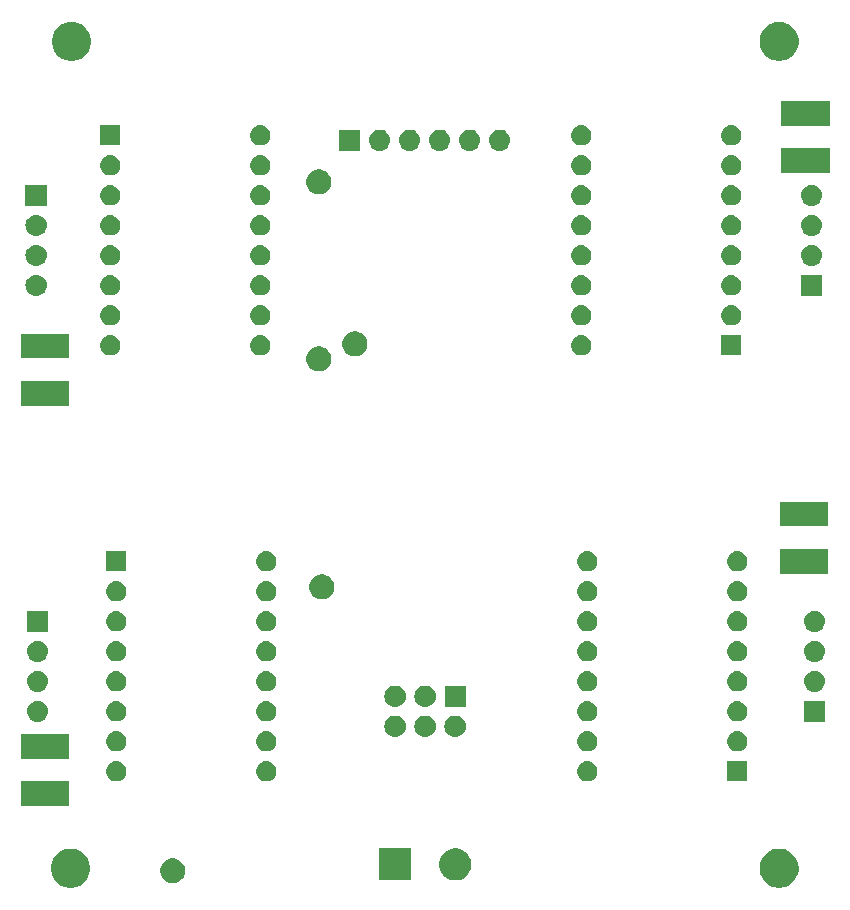
<source format=gbr>
G04 #@! TF.GenerationSoftware,KiCad,Pcbnew,5.1.4+dfsg1-1*
G04 #@! TF.CreationDate,2019-10-01T15:35:31+02:00*
G04 #@! TF.ProjectId,rover-pcb,726f7665-722d-4706-9362-2e6b69636164,1*
G04 #@! TF.SameCoordinates,Original*
G04 #@! TF.FileFunction,Soldermask,Bot*
G04 #@! TF.FilePolarity,Negative*
%FSLAX46Y46*%
G04 Gerber Fmt 4.6, Leading zero omitted, Abs format (unit mm)*
G04 Created by KiCad (PCBNEW 5.1.4+dfsg1-1) date 2019-10-01 15:35:31*
%MOMM*%
%LPD*%
G04 APERTURE LIST*
%ADD10C,0.100000*%
G04 APERTURE END LIST*
D10*
G36*
X196375256Y-130391298D02*
G01*
X196481579Y-130412447D01*
X196782042Y-130536903D01*
X197052451Y-130717585D01*
X197282415Y-130947549D01*
X197463097Y-131217958D01*
X197587553Y-131518421D01*
X197592430Y-131542938D01*
X197645366Y-131809063D01*
X197651000Y-131837391D01*
X197651000Y-132162609D01*
X197587553Y-132481579D01*
X197463097Y-132782042D01*
X197282415Y-133052451D01*
X197052451Y-133282415D01*
X196782042Y-133463097D01*
X196481579Y-133587553D01*
X196375256Y-133608702D01*
X196162611Y-133651000D01*
X195837389Y-133651000D01*
X195624744Y-133608702D01*
X195518421Y-133587553D01*
X195217958Y-133463097D01*
X194947549Y-133282415D01*
X194717585Y-133052451D01*
X194536903Y-132782042D01*
X194412447Y-132481579D01*
X194349000Y-132162609D01*
X194349000Y-131837391D01*
X194354635Y-131809063D01*
X194407570Y-131542938D01*
X194412447Y-131518421D01*
X194536903Y-131217958D01*
X194717585Y-130947549D01*
X194947549Y-130717585D01*
X195217958Y-130536903D01*
X195518421Y-130412447D01*
X195624744Y-130391298D01*
X195837389Y-130349000D01*
X196162611Y-130349000D01*
X196375256Y-130391298D01*
X196375256Y-130391298D01*
G37*
G36*
X136375256Y-130391298D02*
G01*
X136481579Y-130412447D01*
X136782042Y-130536903D01*
X137052451Y-130717585D01*
X137282415Y-130947549D01*
X137463097Y-131217958D01*
X137587553Y-131518421D01*
X137592430Y-131542938D01*
X137645366Y-131809063D01*
X137651000Y-131837391D01*
X137651000Y-132162609D01*
X137587553Y-132481579D01*
X137463097Y-132782042D01*
X137282415Y-133052451D01*
X137052451Y-133282415D01*
X136782042Y-133463097D01*
X136481579Y-133587553D01*
X136375256Y-133608702D01*
X136162611Y-133651000D01*
X135837389Y-133651000D01*
X135624744Y-133608702D01*
X135518421Y-133587553D01*
X135217958Y-133463097D01*
X134947549Y-133282415D01*
X134717585Y-133052451D01*
X134536903Y-132782042D01*
X134412447Y-132481579D01*
X134349000Y-132162609D01*
X134349000Y-131837391D01*
X134354635Y-131809063D01*
X134407570Y-131542938D01*
X134412447Y-131518421D01*
X134536903Y-131217958D01*
X134717585Y-130947549D01*
X134947549Y-130717585D01*
X135217958Y-130536903D01*
X135518421Y-130412447D01*
X135624744Y-130391298D01*
X135837389Y-130349000D01*
X136162611Y-130349000D01*
X136375256Y-130391298D01*
X136375256Y-130391298D01*
G37*
G36*
X144959564Y-131196389D02*
G01*
X145150833Y-131275615D01*
X145150835Y-131275616D01*
X145322973Y-131390635D01*
X145469365Y-131537027D01*
X145584385Y-131709167D01*
X145663611Y-131900436D01*
X145704000Y-132103484D01*
X145704000Y-132310516D01*
X145663611Y-132513564D01*
X145584385Y-132704833D01*
X145584384Y-132704835D01*
X145469365Y-132876973D01*
X145322973Y-133023365D01*
X145150835Y-133138384D01*
X145150834Y-133138385D01*
X145150833Y-133138385D01*
X144959564Y-133217611D01*
X144756516Y-133258000D01*
X144549484Y-133258000D01*
X144346436Y-133217611D01*
X144155167Y-133138385D01*
X144155166Y-133138385D01*
X144155165Y-133138384D01*
X143983027Y-133023365D01*
X143836635Y-132876973D01*
X143721616Y-132704835D01*
X143721615Y-132704833D01*
X143642389Y-132513564D01*
X143602000Y-132310516D01*
X143602000Y-132103484D01*
X143642389Y-131900436D01*
X143721615Y-131709167D01*
X143836635Y-131537027D01*
X143983027Y-131390635D01*
X144155165Y-131275616D01*
X144155167Y-131275615D01*
X144346436Y-131196389D01*
X144549484Y-131156000D01*
X144756516Y-131156000D01*
X144959564Y-131196389D01*
X144959564Y-131196389D01*
G37*
G36*
X164863000Y-133027000D02*
G01*
X162161000Y-133027000D01*
X162161000Y-130325000D01*
X164863000Y-130325000D01*
X164863000Y-133027000D01*
X164863000Y-133027000D01*
G37*
G36*
X168986072Y-130376918D02*
G01*
X169231939Y-130478759D01*
X169318955Y-130536902D01*
X169453211Y-130626609D01*
X169641391Y-130814789D01*
X169789242Y-131036063D01*
X169891082Y-131281928D01*
X169943000Y-131542937D01*
X169943000Y-131809063D01*
X169937365Y-131837391D01*
X169891082Y-132070072D01*
X169789241Y-132315939D01*
X169641390Y-132537212D01*
X169453212Y-132725390D01*
X169231939Y-132873241D01*
X169231938Y-132873242D01*
X169231937Y-132873242D01*
X168986072Y-132975082D01*
X168725063Y-133027000D01*
X168458937Y-133027000D01*
X168197928Y-132975082D01*
X167952063Y-132873242D01*
X167952062Y-132873242D01*
X167952061Y-132873241D01*
X167730788Y-132725390D01*
X167542610Y-132537212D01*
X167394759Y-132315939D01*
X167292918Y-132070072D01*
X167246635Y-131837391D01*
X167241000Y-131809063D01*
X167241000Y-131542937D01*
X167292918Y-131281928D01*
X167394758Y-131036063D01*
X167542609Y-130814789D01*
X167730789Y-130626609D01*
X167865045Y-130536902D01*
X167952061Y-130478759D01*
X168197928Y-130376918D01*
X168458937Y-130325000D01*
X168725063Y-130325000D01*
X168986072Y-130376918D01*
X168986072Y-130376918D01*
G37*
G36*
X135909000Y-126749000D02*
G01*
X131807000Y-126749000D01*
X131807000Y-124647000D01*
X135909000Y-124647000D01*
X135909000Y-126749000D01*
X135909000Y-126749000D01*
G37*
G36*
X140056823Y-122963313D02*
G01*
X140217242Y-123011976D01*
X140349906Y-123082886D01*
X140365078Y-123090996D01*
X140494659Y-123197341D01*
X140601004Y-123326922D01*
X140601005Y-123326924D01*
X140680024Y-123474758D01*
X140728687Y-123635177D01*
X140745117Y-123802000D01*
X140728687Y-123968823D01*
X140680024Y-124129242D01*
X140609114Y-124261906D01*
X140601004Y-124277078D01*
X140494659Y-124406659D01*
X140365078Y-124513004D01*
X140365076Y-124513005D01*
X140217242Y-124592024D01*
X140056823Y-124640687D01*
X139931804Y-124653000D01*
X139848196Y-124653000D01*
X139723177Y-124640687D01*
X139562758Y-124592024D01*
X139414924Y-124513005D01*
X139414922Y-124513004D01*
X139285341Y-124406659D01*
X139178996Y-124277078D01*
X139170886Y-124261906D01*
X139099976Y-124129242D01*
X139051313Y-123968823D01*
X139034883Y-123802000D01*
X139051313Y-123635177D01*
X139099976Y-123474758D01*
X139178995Y-123326924D01*
X139178996Y-123326922D01*
X139285341Y-123197341D01*
X139414922Y-123090996D01*
X139430094Y-123082886D01*
X139562758Y-123011976D01*
X139723177Y-122963313D01*
X139848196Y-122951000D01*
X139931804Y-122951000D01*
X140056823Y-122963313D01*
X140056823Y-122963313D01*
G37*
G36*
X152756823Y-122963313D02*
G01*
X152917242Y-123011976D01*
X153049906Y-123082886D01*
X153065078Y-123090996D01*
X153194659Y-123197341D01*
X153301004Y-123326922D01*
X153301005Y-123326924D01*
X153380024Y-123474758D01*
X153428687Y-123635177D01*
X153445117Y-123802000D01*
X153428687Y-123968823D01*
X153380024Y-124129242D01*
X153309114Y-124261906D01*
X153301004Y-124277078D01*
X153194659Y-124406659D01*
X153065078Y-124513004D01*
X153065076Y-124513005D01*
X152917242Y-124592024D01*
X152756823Y-124640687D01*
X152631804Y-124653000D01*
X152548196Y-124653000D01*
X152423177Y-124640687D01*
X152262758Y-124592024D01*
X152114924Y-124513005D01*
X152114922Y-124513004D01*
X151985341Y-124406659D01*
X151878996Y-124277078D01*
X151870886Y-124261906D01*
X151799976Y-124129242D01*
X151751313Y-123968823D01*
X151734883Y-123802000D01*
X151751313Y-123635177D01*
X151799976Y-123474758D01*
X151878995Y-123326924D01*
X151878996Y-123326922D01*
X151985341Y-123197341D01*
X152114922Y-123090996D01*
X152130094Y-123082886D01*
X152262758Y-123011976D01*
X152423177Y-122963313D01*
X152548196Y-122951000D01*
X152631804Y-122951000D01*
X152756823Y-122963313D01*
X152756823Y-122963313D01*
G37*
G36*
X179934823Y-122963313D02*
G01*
X180095242Y-123011976D01*
X180227906Y-123082886D01*
X180243078Y-123090996D01*
X180372659Y-123197341D01*
X180479004Y-123326922D01*
X180479005Y-123326924D01*
X180558024Y-123474758D01*
X180606687Y-123635177D01*
X180623117Y-123802000D01*
X180606687Y-123968823D01*
X180558024Y-124129242D01*
X180487114Y-124261906D01*
X180479004Y-124277078D01*
X180372659Y-124406659D01*
X180243078Y-124513004D01*
X180243076Y-124513005D01*
X180095242Y-124592024D01*
X179934823Y-124640687D01*
X179809804Y-124653000D01*
X179726196Y-124653000D01*
X179601177Y-124640687D01*
X179440758Y-124592024D01*
X179292924Y-124513005D01*
X179292922Y-124513004D01*
X179163341Y-124406659D01*
X179056996Y-124277078D01*
X179048886Y-124261906D01*
X178977976Y-124129242D01*
X178929313Y-123968823D01*
X178912883Y-123802000D01*
X178929313Y-123635177D01*
X178977976Y-123474758D01*
X179056995Y-123326924D01*
X179056996Y-123326922D01*
X179163341Y-123197341D01*
X179292922Y-123090996D01*
X179308094Y-123082886D01*
X179440758Y-123011976D01*
X179601177Y-122963313D01*
X179726196Y-122951000D01*
X179809804Y-122951000D01*
X179934823Y-122963313D01*
X179934823Y-122963313D01*
G37*
G36*
X193319000Y-124653000D02*
G01*
X191617000Y-124653000D01*
X191617000Y-122951000D01*
X193319000Y-122951000D01*
X193319000Y-124653000D01*
X193319000Y-124653000D01*
G37*
G36*
X135909000Y-122749000D02*
G01*
X131807000Y-122749000D01*
X131807000Y-120647000D01*
X135909000Y-120647000D01*
X135909000Y-122749000D01*
X135909000Y-122749000D01*
G37*
G36*
X140056823Y-120423313D02*
G01*
X140217242Y-120471976D01*
X140349906Y-120542886D01*
X140365078Y-120550996D01*
X140494659Y-120657341D01*
X140601004Y-120786922D01*
X140601005Y-120786924D01*
X140680024Y-120934758D01*
X140728687Y-121095177D01*
X140745117Y-121262000D01*
X140728687Y-121428823D01*
X140680024Y-121589242D01*
X140609114Y-121721906D01*
X140601004Y-121737078D01*
X140494659Y-121866659D01*
X140365078Y-121973004D01*
X140365076Y-121973005D01*
X140217242Y-122052024D01*
X140056823Y-122100687D01*
X139931804Y-122113000D01*
X139848196Y-122113000D01*
X139723177Y-122100687D01*
X139562758Y-122052024D01*
X139414924Y-121973005D01*
X139414922Y-121973004D01*
X139285341Y-121866659D01*
X139178996Y-121737078D01*
X139170886Y-121721906D01*
X139099976Y-121589242D01*
X139051313Y-121428823D01*
X139034883Y-121262000D01*
X139051313Y-121095177D01*
X139099976Y-120934758D01*
X139178995Y-120786924D01*
X139178996Y-120786922D01*
X139285341Y-120657341D01*
X139414922Y-120550996D01*
X139430094Y-120542886D01*
X139562758Y-120471976D01*
X139723177Y-120423313D01*
X139848196Y-120411000D01*
X139931804Y-120411000D01*
X140056823Y-120423313D01*
X140056823Y-120423313D01*
G37*
G36*
X152756823Y-120423313D02*
G01*
X152917242Y-120471976D01*
X153049906Y-120542886D01*
X153065078Y-120550996D01*
X153194659Y-120657341D01*
X153301004Y-120786922D01*
X153301005Y-120786924D01*
X153380024Y-120934758D01*
X153428687Y-121095177D01*
X153445117Y-121262000D01*
X153428687Y-121428823D01*
X153380024Y-121589242D01*
X153309114Y-121721906D01*
X153301004Y-121737078D01*
X153194659Y-121866659D01*
X153065078Y-121973004D01*
X153065076Y-121973005D01*
X152917242Y-122052024D01*
X152756823Y-122100687D01*
X152631804Y-122113000D01*
X152548196Y-122113000D01*
X152423177Y-122100687D01*
X152262758Y-122052024D01*
X152114924Y-121973005D01*
X152114922Y-121973004D01*
X151985341Y-121866659D01*
X151878996Y-121737078D01*
X151870886Y-121721906D01*
X151799976Y-121589242D01*
X151751313Y-121428823D01*
X151734883Y-121262000D01*
X151751313Y-121095177D01*
X151799976Y-120934758D01*
X151878995Y-120786924D01*
X151878996Y-120786922D01*
X151985341Y-120657341D01*
X152114922Y-120550996D01*
X152130094Y-120542886D01*
X152262758Y-120471976D01*
X152423177Y-120423313D01*
X152548196Y-120411000D01*
X152631804Y-120411000D01*
X152756823Y-120423313D01*
X152756823Y-120423313D01*
G37*
G36*
X179934823Y-120423313D02*
G01*
X180095242Y-120471976D01*
X180227906Y-120542886D01*
X180243078Y-120550996D01*
X180372659Y-120657341D01*
X180479004Y-120786922D01*
X180479005Y-120786924D01*
X180558024Y-120934758D01*
X180606687Y-121095177D01*
X180623117Y-121262000D01*
X180606687Y-121428823D01*
X180558024Y-121589242D01*
X180487114Y-121721906D01*
X180479004Y-121737078D01*
X180372659Y-121866659D01*
X180243078Y-121973004D01*
X180243076Y-121973005D01*
X180095242Y-122052024D01*
X179934823Y-122100687D01*
X179809804Y-122113000D01*
X179726196Y-122113000D01*
X179601177Y-122100687D01*
X179440758Y-122052024D01*
X179292924Y-121973005D01*
X179292922Y-121973004D01*
X179163341Y-121866659D01*
X179056996Y-121737078D01*
X179048886Y-121721906D01*
X178977976Y-121589242D01*
X178929313Y-121428823D01*
X178912883Y-121262000D01*
X178929313Y-121095177D01*
X178977976Y-120934758D01*
X179056995Y-120786924D01*
X179056996Y-120786922D01*
X179163341Y-120657341D01*
X179292922Y-120550996D01*
X179308094Y-120542886D01*
X179440758Y-120471976D01*
X179601177Y-120423313D01*
X179726196Y-120411000D01*
X179809804Y-120411000D01*
X179934823Y-120423313D01*
X179934823Y-120423313D01*
G37*
G36*
X192634823Y-120423313D02*
G01*
X192795242Y-120471976D01*
X192927906Y-120542886D01*
X192943078Y-120550996D01*
X193072659Y-120657341D01*
X193179004Y-120786922D01*
X193179005Y-120786924D01*
X193258024Y-120934758D01*
X193306687Y-121095177D01*
X193323117Y-121262000D01*
X193306687Y-121428823D01*
X193258024Y-121589242D01*
X193187114Y-121721906D01*
X193179004Y-121737078D01*
X193072659Y-121866659D01*
X192943078Y-121973004D01*
X192943076Y-121973005D01*
X192795242Y-122052024D01*
X192634823Y-122100687D01*
X192509804Y-122113000D01*
X192426196Y-122113000D01*
X192301177Y-122100687D01*
X192140758Y-122052024D01*
X191992924Y-121973005D01*
X191992922Y-121973004D01*
X191863341Y-121866659D01*
X191756996Y-121737078D01*
X191748886Y-121721906D01*
X191677976Y-121589242D01*
X191629313Y-121428823D01*
X191612883Y-121262000D01*
X191629313Y-121095177D01*
X191677976Y-120934758D01*
X191756995Y-120786924D01*
X191756996Y-120786922D01*
X191863341Y-120657341D01*
X191992922Y-120550996D01*
X192008094Y-120542886D01*
X192140758Y-120471976D01*
X192301177Y-120423313D01*
X192426196Y-120411000D01*
X192509804Y-120411000D01*
X192634823Y-120423313D01*
X192634823Y-120423313D01*
G37*
G36*
X168771294Y-119090633D02*
G01*
X168943695Y-119142931D01*
X169102583Y-119227858D01*
X169241849Y-119342151D01*
X169356142Y-119481417D01*
X169441069Y-119640305D01*
X169493367Y-119812706D01*
X169511025Y-119992000D01*
X169493367Y-120171294D01*
X169441069Y-120343695D01*
X169356142Y-120502583D01*
X169241849Y-120641849D01*
X169102583Y-120756142D01*
X168943695Y-120841069D01*
X168771294Y-120893367D01*
X168636931Y-120906600D01*
X168547069Y-120906600D01*
X168412706Y-120893367D01*
X168240305Y-120841069D01*
X168081417Y-120756142D01*
X167942151Y-120641849D01*
X167827858Y-120502583D01*
X167742931Y-120343695D01*
X167690633Y-120171294D01*
X167672975Y-119992000D01*
X167690633Y-119812706D01*
X167742931Y-119640305D01*
X167827858Y-119481417D01*
X167942151Y-119342151D01*
X168081417Y-119227858D01*
X168240305Y-119142931D01*
X168412706Y-119090633D01*
X168547069Y-119077400D01*
X168636931Y-119077400D01*
X168771294Y-119090633D01*
X168771294Y-119090633D01*
G37*
G36*
X166231294Y-119090633D02*
G01*
X166403695Y-119142931D01*
X166562583Y-119227858D01*
X166701849Y-119342151D01*
X166816142Y-119481417D01*
X166901069Y-119640305D01*
X166953367Y-119812706D01*
X166971025Y-119992000D01*
X166953367Y-120171294D01*
X166901069Y-120343695D01*
X166816142Y-120502583D01*
X166701849Y-120641849D01*
X166562583Y-120756142D01*
X166403695Y-120841069D01*
X166231294Y-120893367D01*
X166096931Y-120906600D01*
X166007069Y-120906600D01*
X165872706Y-120893367D01*
X165700305Y-120841069D01*
X165541417Y-120756142D01*
X165402151Y-120641849D01*
X165287858Y-120502583D01*
X165202931Y-120343695D01*
X165150633Y-120171294D01*
X165132975Y-119992000D01*
X165150633Y-119812706D01*
X165202931Y-119640305D01*
X165287858Y-119481417D01*
X165402151Y-119342151D01*
X165541417Y-119227858D01*
X165700305Y-119142931D01*
X165872706Y-119090633D01*
X166007069Y-119077400D01*
X166096931Y-119077400D01*
X166231294Y-119090633D01*
X166231294Y-119090633D01*
G37*
G36*
X163691294Y-119090633D02*
G01*
X163863695Y-119142931D01*
X164022583Y-119227858D01*
X164161849Y-119342151D01*
X164276142Y-119481417D01*
X164361069Y-119640305D01*
X164413367Y-119812706D01*
X164431025Y-119992000D01*
X164413367Y-120171294D01*
X164361069Y-120343695D01*
X164276142Y-120502583D01*
X164161849Y-120641849D01*
X164022583Y-120756142D01*
X163863695Y-120841069D01*
X163691294Y-120893367D01*
X163556931Y-120906600D01*
X163467069Y-120906600D01*
X163332706Y-120893367D01*
X163160305Y-120841069D01*
X163001417Y-120756142D01*
X162862151Y-120641849D01*
X162747858Y-120502583D01*
X162662931Y-120343695D01*
X162610633Y-120171294D01*
X162592975Y-119992000D01*
X162610633Y-119812706D01*
X162662931Y-119640305D01*
X162747858Y-119481417D01*
X162862151Y-119342151D01*
X163001417Y-119227858D01*
X163160305Y-119142931D01*
X163332706Y-119090633D01*
X163467069Y-119077400D01*
X163556931Y-119077400D01*
X163691294Y-119090633D01*
X163691294Y-119090633D01*
G37*
G36*
X199910000Y-119623000D02*
G01*
X198108000Y-119623000D01*
X198108000Y-117821000D01*
X199910000Y-117821000D01*
X199910000Y-119623000D01*
X199910000Y-119623000D01*
G37*
G36*
X133333442Y-117827518D02*
G01*
X133399627Y-117834037D01*
X133569466Y-117885557D01*
X133725991Y-117969222D01*
X133761729Y-117998552D01*
X133863186Y-118081814D01*
X133946448Y-118183271D01*
X133975778Y-118219009D01*
X134059443Y-118375534D01*
X134110963Y-118545373D01*
X134128359Y-118722000D01*
X134110963Y-118898627D01*
X134059443Y-119068466D01*
X133975778Y-119224991D01*
X133973425Y-119227858D01*
X133863186Y-119362186D01*
X133761729Y-119445448D01*
X133725991Y-119474778D01*
X133569466Y-119558443D01*
X133399627Y-119609963D01*
X133333442Y-119616482D01*
X133267260Y-119623000D01*
X133178740Y-119623000D01*
X133112558Y-119616482D01*
X133046373Y-119609963D01*
X132876534Y-119558443D01*
X132720009Y-119474778D01*
X132684271Y-119445448D01*
X132582814Y-119362186D01*
X132472575Y-119227858D01*
X132470222Y-119224991D01*
X132386557Y-119068466D01*
X132335037Y-118898627D01*
X132317641Y-118722000D01*
X132335037Y-118545373D01*
X132386557Y-118375534D01*
X132470222Y-118219009D01*
X132499552Y-118183271D01*
X132582814Y-118081814D01*
X132684271Y-117998552D01*
X132720009Y-117969222D01*
X132876534Y-117885557D01*
X133046373Y-117834037D01*
X133112558Y-117827518D01*
X133178740Y-117821000D01*
X133267260Y-117821000D01*
X133333442Y-117827518D01*
X133333442Y-117827518D01*
G37*
G36*
X179934823Y-117883313D02*
G01*
X180095242Y-117931976D01*
X180164922Y-117969221D01*
X180243078Y-118010996D01*
X180372659Y-118117341D01*
X180479004Y-118246922D01*
X180479005Y-118246924D01*
X180558024Y-118394758D01*
X180606687Y-118555177D01*
X180623117Y-118722000D01*
X180606687Y-118888823D01*
X180558024Y-119049242D01*
X180487114Y-119181906D01*
X180479004Y-119197078D01*
X180372659Y-119326659D01*
X180243078Y-119433004D01*
X180243076Y-119433005D01*
X180095242Y-119512024D01*
X179934823Y-119560687D01*
X179809804Y-119573000D01*
X179726196Y-119573000D01*
X179601177Y-119560687D01*
X179440758Y-119512024D01*
X179292924Y-119433005D01*
X179292922Y-119433004D01*
X179163341Y-119326659D01*
X179056996Y-119197078D01*
X179048886Y-119181906D01*
X178977976Y-119049242D01*
X178929313Y-118888823D01*
X178912883Y-118722000D01*
X178929313Y-118555177D01*
X178977976Y-118394758D01*
X179056995Y-118246924D01*
X179056996Y-118246922D01*
X179163341Y-118117341D01*
X179292922Y-118010996D01*
X179371078Y-117969221D01*
X179440758Y-117931976D01*
X179601177Y-117883313D01*
X179726196Y-117871000D01*
X179809804Y-117871000D01*
X179934823Y-117883313D01*
X179934823Y-117883313D01*
G37*
G36*
X140056823Y-117883313D02*
G01*
X140217242Y-117931976D01*
X140286922Y-117969221D01*
X140365078Y-118010996D01*
X140494659Y-118117341D01*
X140601004Y-118246922D01*
X140601005Y-118246924D01*
X140680024Y-118394758D01*
X140728687Y-118555177D01*
X140745117Y-118722000D01*
X140728687Y-118888823D01*
X140680024Y-119049242D01*
X140609114Y-119181906D01*
X140601004Y-119197078D01*
X140494659Y-119326659D01*
X140365078Y-119433004D01*
X140365076Y-119433005D01*
X140217242Y-119512024D01*
X140056823Y-119560687D01*
X139931804Y-119573000D01*
X139848196Y-119573000D01*
X139723177Y-119560687D01*
X139562758Y-119512024D01*
X139414924Y-119433005D01*
X139414922Y-119433004D01*
X139285341Y-119326659D01*
X139178996Y-119197078D01*
X139170886Y-119181906D01*
X139099976Y-119049242D01*
X139051313Y-118888823D01*
X139034883Y-118722000D01*
X139051313Y-118555177D01*
X139099976Y-118394758D01*
X139178995Y-118246924D01*
X139178996Y-118246922D01*
X139285341Y-118117341D01*
X139414922Y-118010996D01*
X139493078Y-117969221D01*
X139562758Y-117931976D01*
X139723177Y-117883313D01*
X139848196Y-117871000D01*
X139931804Y-117871000D01*
X140056823Y-117883313D01*
X140056823Y-117883313D01*
G37*
G36*
X152756823Y-117883313D02*
G01*
X152917242Y-117931976D01*
X152986922Y-117969221D01*
X153065078Y-118010996D01*
X153194659Y-118117341D01*
X153301004Y-118246922D01*
X153301005Y-118246924D01*
X153380024Y-118394758D01*
X153428687Y-118555177D01*
X153445117Y-118722000D01*
X153428687Y-118888823D01*
X153380024Y-119049242D01*
X153309114Y-119181906D01*
X153301004Y-119197078D01*
X153194659Y-119326659D01*
X153065078Y-119433004D01*
X153065076Y-119433005D01*
X152917242Y-119512024D01*
X152756823Y-119560687D01*
X152631804Y-119573000D01*
X152548196Y-119573000D01*
X152423177Y-119560687D01*
X152262758Y-119512024D01*
X152114924Y-119433005D01*
X152114922Y-119433004D01*
X151985341Y-119326659D01*
X151878996Y-119197078D01*
X151870886Y-119181906D01*
X151799976Y-119049242D01*
X151751313Y-118888823D01*
X151734883Y-118722000D01*
X151751313Y-118555177D01*
X151799976Y-118394758D01*
X151878995Y-118246924D01*
X151878996Y-118246922D01*
X151985341Y-118117341D01*
X152114922Y-118010996D01*
X152193078Y-117969221D01*
X152262758Y-117931976D01*
X152423177Y-117883313D01*
X152548196Y-117871000D01*
X152631804Y-117871000D01*
X152756823Y-117883313D01*
X152756823Y-117883313D01*
G37*
G36*
X192634823Y-117883313D02*
G01*
X192795242Y-117931976D01*
X192864922Y-117969221D01*
X192943078Y-118010996D01*
X193072659Y-118117341D01*
X193179004Y-118246922D01*
X193179005Y-118246924D01*
X193258024Y-118394758D01*
X193306687Y-118555177D01*
X193323117Y-118722000D01*
X193306687Y-118888823D01*
X193258024Y-119049242D01*
X193187114Y-119181906D01*
X193179004Y-119197078D01*
X193072659Y-119326659D01*
X192943078Y-119433004D01*
X192943076Y-119433005D01*
X192795242Y-119512024D01*
X192634823Y-119560687D01*
X192509804Y-119573000D01*
X192426196Y-119573000D01*
X192301177Y-119560687D01*
X192140758Y-119512024D01*
X191992924Y-119433005D01*
X191992922Y-119433004D01*
X191863341Y-119326659D01*
X191756996Y-119197078D01*
X191748886Y-119181906D01*
X191677976Y-119049242D01*
X191629313Y-118888823D01*
X191612883Y-118722000D01*
X191629313Y-118555177D01*
X191677976Y-118394758D01*
X191756995Y-118246924D01*
X191756996Y-118246922D01*
X191863341Y-118117341D01*
X191992922Y-118010996D01*
X192071078Y-117969221D01*
X192140758Y-117931976D01*
X192301177Y-117883313D01*
X192426196Y-117871000D01*
X192509804Y-117871000D01*
X192634823Y-117883313D01*
X192634823Y-117883313D01*
G37*
G36*
X169506600Y-118366600D02*
G01*
X167677400Y-118366600D01*
X167677400Y-116537400D01*
X169506600Y-116537400D01*
X169506600Y-118366600D01*
X169506600Y-118366600D01*
G37*
G36*
X166231294Y-116550633D02*
G01*
X166403695Y-116602931D01*
X166562583Y-116687858D01*
X166701849Y-116802151D01*
X166816142Y-116941417D01*
X166901069Y-117100305D01*
X166953367Y-117272706D01*
X166971025Y-117452000D01*
X166953367Y-117631294D01*
X166901069Y-117803695D01*
X166816142Y-117962583D01*
X166701849Y-118101849D01*
X166562583Y-118216142D01*
X166403695Y-118301069D01*
X166231294Y-118353367D01*
X166096931Y-118366600D01*
X166007069Y-118366600D01*
X165872706Y-118353367D01*
X165700305Y-118301069D01*
X165541417Y-118216142D01*
X165402151Y-118101849D01*
X165287858Y-117962583D01*
X165202931Y-117803695D01*
X165150633Y-117631294D01*
X165132975Y-117452000D01*
X165150633Y-117272706D01*
X165202931Y-117100305D01*
X165287858Y-116941417D01*
X165402151Y-116802151D01*
X165541417Y-116687858D01*
X165700305Y-116602931D01*
X165872706Y-116550633D01*
X166007069Y-116537400D01*
X166096931Y-116537400D01*
X166231294Y-116550633D01*
X166231294Y-116550633D01*
G37*
G36*
X163691294Y-116550633D02*
G01*
X163863695Y-116602931D01*
X164022583Y-116687858D01*
X164161849Y-116802151D01*
X164276142Y-116941417D01*
X164361069Y-117100305D01*
X164413367Y-117272706D01*
X164431025Y-117452000D01*
X164413367Y-117631294D01*
X164361069Y-117803695D01*
X164276142Y-117962583D01*
X164161849Y-118101849D01*
X164022583Y-118216142D01*
X163863695Y-118301069D01*
X163691294Y-118353367D01*
X163556931Y-118366600D01*
X163467069Y-118366600D01*
X163332706Y-118353367D01*
X163160305Y-118301069D01*
X163001417Y-118216142D01*
X162862151Y-118101849D01*
X162747858Y-117962583D01*
X162662931Y-117803695D01*
X162610633Y-117631294D01*
X162592975Y-117452000D01*
X162610633Y-117272706D01*
X162662931Y-117100305D01*
X162747858Y-116941417D01*
X162862151Y-116802151D01*
X163001417Y-116687858D01*
X163160305Y-116602931D01*
X163332706Y-116550633D01*
X163467069Y-116537400D01*
X163556931Y-116537400D01*
X163691294Y-116550633D01*
X163691294Y-116550633D01*
G37*
G36*
X199119443Y-115287519D02*
G01*
X199185627Y-115294037D01*
X199355466Y-115345557D01*
X199511991Y-115429222D01*
X199547729Y-115458552D01*
X199649186Y-115541814D01*
X199732448Y-115643271D01*
X199761778Y-115679009D01*
X199845443Y-115835534D01*
X199896963Y-116005373D01*
X199914359Y-116182000D01*
X199896963Y-116358627D01*
X199845443Y-116528466D01*
X199761778Y-116684991D01*
X199759425Y-116687858D01*
X199649186Y-116822186D01*
X199547729Y-116905448D01*
X199511991Y-116934778D01*
X199355466Y-117018443D01*
X199185627Y-117069963D01*
X199119443Y-117076481D01*
X199053260Y-117083000D01*
X198964740Y-117083000D01*
X198898557Y-117076481D01*
X198832373Y-117069963D01*
X198662534Y-117018443D01*
X198506009Y-116934778D01*
X198470271Y-116905448D01*
X198368814Y-116822186D01*
X198258575Y-116687858D01*
X198256222Y-116684991D01*
X198172557Y-116528466D01*
X198121037Y-116358627D01*
X198103641Y-116182000D01*
X198121037Y-116005373D01*
X198172557Y-115835534D01*
X198256222Y-115679009D01*
X198285552Y-115643271D01*
X198368814Y-115541814D01*
X198470271Y-115458552D01*
X198506009Y-115429222D01*
X198662534Y-115345557D01*
X198832373Y-115294037D01*
X198898557Y-115287519D01*
X198964740Y-115281000D01*
X199053260Y-115281000D01*
X199119443Y-115287519D01*
X199119443Y-115287519D01*
G37*
G36*
X133333443Y-115287519D02*
G01*
X133399627Y-115294037D01*
X133569466Y-115345557D01*
X133725991Y-115429222D01*
X133761729Y-115458552D01*
X133863186Y-115541814D01*
X133946448Y-115643271D01*
X133975778Y-115679009D01*
X134059443Y-115835534D01*
X134110963Y-116005373D01*
X134128359Y-116182000D01*
X134110963Y-116358627D01*
X134059443Y-116528466D01*
X133975778Y-116684991D01*
X133973425Y-116687858D01*
X133863186Y-116822186D01*
X133761729Y-116905448D01*
X133725991Y-116934778D01*
X133569466Y-117018443D01*
X133399627Y-117069963D01*
X133333443Y-117076481D01*
X133267260Y-117083000D01*
X133178740Y-117083000D01*
X133112557Y-117076481D01*
X133046373Y-117069963D01*
X132876534Y-117018443D01*
X132720009Y-116934778D01*
X132684271Y-116905448D01*
X132582814Y-116822186D01*
X132472575Y-116687858D01*
X132470222Y-116684991D01*
X132386557Y-116528466D01*
X132335037Y-116358627D01*
X132317641Y-116182000D01*
X132335037Y-116005373D01*
X132386557Y-115835534D01*
X132470222Y-115679009D01*
X132499552Y-115643271D01*
X132582814Y-115541814D01*
X132684271Y-115458552D01*
X132720009Y-115429222D01*
X132876534Y-115345557D01*
X133046373Y-115294037D01*
X133112557Y-115287519D01*
X133178740Y-115281000D01*
X133267260Y-115281000D01*
X133333443Y-115287519D01*
X133333443Y-115287519D01*
G37*
G36*
X192634823Y-115343313D02*
G01*
X192795242Y-115391976D01*
X192864922Y-115429221D01*
X192943078Y-115470996D01*
X193072659Y-115577341D01*
X193179004Y-115706922D01*
X193179005Y-115706924D01*
X193258024Y-115854758D01*
X193306687Y-116015177D01*
X193323117Y-116182000D01*
X193306687Y-116348823D01*
X193258024Y-116509242D01*
X193187114Y-116641906D01*
X193179004Y-116657078D01*
X193072659Y-116786659D01*
X192943078Y-116893004D01*
X192943076Y-116893005D01*
X192795242Y-116972024D01*
X192634823Y-117020687D01*
X192509804Y-117033000D01*
X192426196Y-117033000D01*
X192301177Y-117020687D01*
X192140758Y-116972024D01*
X191992924Y-116893005D01*
X191992922Y-116893004D01*
X191863341Y-116786659D01*
X191756996Y-116657078D01*
X191748886Y-116641906D01*
X191677976Y-116509242D01*
X191629313Y-116348823D01*
X191612883Y-116182000D01*
X191629313Y-116015177D01*
X191677976Y-115854758D01*
X191756995Y-115706924D01*
X191756996Y-115706922D01*
X191863341Y-115577341D01*
X191992922Y-115470996D01*
X192071078Y-115429221D01*
X192140758Y-115391976D01*
X192301177Y-115343313D01*
X192426196Y-115331000D01*
X192509804Y-115331000D01*
X192634823Y-115343313D01*
X192634823Y-115343313D01*
G37*
G36*
X179934823Y-115343313D02*
G01*
X180095242Y-115391976D01*
X180164922Y-115429221D01*
X180243078Y-115470996D01*
X180372659Y-115577341D01*
X180479004Y-115706922D01*
X180479005Y-115706924D01*
X180558024Y-115854758D01*
X180606687Y-116015177D01*
X180623117Y-116182000D01*
X180606687Y-116348823D01*
X180558024Y-116509242D01*
X180487114Y-116641906D01*
X180479004Y-116657078D01*
X180372659Y-116786659D01*
X180243078Y-116893004D01*
X180243076Y-116893005D01*
X180095242Y-116972024D01*
X179934823Y-117020687D01*
X179809804Y-117033000D01*
X179726196Y-117033000D01*
X179601177Y-117020687D01*
X179440758Y-116972024D01*
X179292924Y-116893005D01*
X179292922Y-116893004D01*
X179163341Y-116786659D01*
X179056996Y-116657078D01*
X179048886Y-116641906D01*
X178977976Y-116509242D01*
X178929313Y-116348823D01*
X178912883Y-116182000D01*
X178929313Y-116015177D01*
X178977976Y-115854758D01*
X179056995Y-115706924D01*
X179056996Y-115706922D01*
X179163341Y-115577341D01*
X179292922Y-115470996D01*
X179371078Y-115429221D01*
X179440758Y-115391976D01*
X179601177Y-115343313D01*
X179726196Y-115331000D01*
X179809804Y-115331000D01*
X179934823Y-115343313D01*
X179934823Y-115343313D01*
G37*
G36*
X140056823Y-115343313D02*
G01*
X140217242Y-115391976D01*
X140286922Y-115429221D01*
X140365078Y-115470996D01*
X140494659Y-115577341D01*
X140601004Y-115706922D01*
X140601005Y-115706924D01*
X140680024Y-115854758D01*
X140728687Y-116015177D01*
X140745117Y-116182000D01*
X140728687Y-116348823D01*
X140680024Y-116509242D01*
X140609114Y-116641906D01*
X140601004Y-116657078D01*
X140494659Y-116786659D01*
X140365078Y-116893004D01*
X140365076Y-116893005D01*
X140217242Y-116972024D01*
X140056823Y-117020687D01*
X139931804Y-117033000D01*
X139848196Y-117033000D01*
X139723177Y-117020687D01*
X139562758Y-116972024D01*
X139414924Y-116893005D01*
X139414922Y-116893004D01*
X139285341Y-116786659D01*
X139178996Y-116657078D01*
X139170886Y-116641906D01*
X139099976Y-116509242D01*
X139051313Y-116348823D01*
X139034883Y-116182000D01*
X139051313Y-116015177D01*
X139099976Y-115854758D01*
X139178995Y-115706924D01*
X139178996Y-115706922D01*
X139285341Y-115577341D01*
X139414922Y-115470996D01*
X139493078Y-115429221D01*
X139562758Y-115391976D01*
X139723177Y-115343313D01*
X139848196Y-115331000D01*
X139931804Y-115331000D01*
X140056823Y-115343313D01*
X140056823Y-115343313D01*
G37*
G36*
X152756823Y-115343313D02*
G01*
X152917242Y-115391976D01*
X152986922Y-115429221D01*
X153065078Y-115470996D01*
X153194659Y-115577341D01*
X153301004Y-115706922D01*
X153301005Y-115706924D01*
X153380024Y-115854758D01*
X153428687Y-116015177D01*
X153445117Y-116182000D01*
X153428687Y-116348823D01*
X153380024Y-116509242D01*
X153309114Y-116641906D01*
X153301004Y-116657078D01*
X153194659Y-116786659D01*
X153065078Y-116893004D01*
X153065076Y-116893005D01*
X152917242Y-116972024D01*
X152756823Y-117020687D01*
X152631804Y-117033000D01*
X152548196Y-117033000D01*
X152423177Y-117020687D01*
X152262758Y-116972024D01*
X152114924Y-116893005D01*
X152114922Y-116893004D01*
X151985341Y-116786659D01*
X151878996Y-116657078D01*
X151870886Y-116641906D01*
X151799976Y-116509242D01*
X151751313Y-116348823D01*
X151734883Y-116182000D01*
X151751313Y-116015177D01*
X151799976Y-115854758D01*
X151878995Y-115706924D01*
X151878996Y-115706922D01*
X151985341Y-115577341D01*
X152114922Y-115470996D01*
X152193078Y-115429221D01*
X152262758Y-115391976D01*
X152423177Y-115343313D01*
X152548196Y-115331000D01*
X152631804Y-115331000D01*
X152756823Y-115343313D01*
X152756823Y-115343313D01*
G37*
G36*
X133333442Y-112747518D02*
G01*
X133399627Y-112754037D01*
X133569466Y-112805557D01*
X133725991Y-112889222D01*
X133761729Y-112918552D01*
X133863186Y-113001814D01*
X133946448Y-113103271D01*
X133975778Y-113139009D01*
X134059443Y-113295534D01*
X134110963Y-113465373D01*
X134128359Y-113642000D01*
X134110963Y-113818627D01*
X134059443Y-113988466D01*
X133975778Y-114144991D01*
X133946448Y-114180729D01*
X133863186Y-114282186D01*
X133761729Y-114365448D01*
X133725991Y-114394778D01*
X133569466Y-114478443D01*
X133399627Y-114529963D01*
X133333443Y-114536481D01*
X133267260Y-114543000D01*
X133178740Y-114543000D01*
X133112557Y-114536481D01*
X133046373Y-114529963D01*
X132876534Y-114478443D01*
X132720009Y-114394778D01*
X132684271Y-114365448D01*
X132582814Y-114282186D01*
X132499552Y-114180729D01*
X132470222Y-114144991D01*
X132386557Y-113988466D01*
X132335037Y-113818627D01*
X132317641Y-113642000D01*
X132335037Y-113465373D01*
X132386557Y-113295534D01*
X132470222Y-113139009D01*
X132499552Y-113103271D01*
X132582814Y-113001814D01*
X132684271Y-112918552D01*
X132720009Y-112889222D01*
X132876534Y-112805557D01*
X133046373Y-112754037D01*
X133112558Y-112747518D01*
X133178740Y-112741000D01*
X133267260Y-112741000D01*
X133333442Y-112747518D01*
X133333442Y-112747518D01*
G37*
G36*
X199119442Y-112747518D02*
G01*
X199185627Y-112754037D01*
X199355466Y-112805557D01*
X199511991Y-112889222D01*
X199547729Y-112918552D01*
X199649186Y-113001814D01*
X199732448Y-113103271D01*
X199761778Y-113139009D01*
X199845443Y-113295534D01*
X199896963Y-113465373D01*
X199914359Y-113642000D01*
X199896963Y-113818627D01*
X199845443Y-113988466D01*
X199761778Y-114144991D01*
X199732448Y-114180729D01*
X199649186Y-114282186D01*
X199547729Y-114365448D01*
X199511991Y-114394778D01*
X199355466Y-114478443D01*
X199185627Y-114529963D01*
X199119443Y-114536481D01*
X199053260Y-114543000D01*
X198964740Y-114543000D01*
X198898557Y-114536481D01*
X198832373Y-114529963D01*
X198662534Y-114478443D01*
X198506009Y-114394778D01*
X198470271Y-114365448D01*
X198368814Y-114282186D01*
X198285552Y-114180729D01*
X198256222Y-114144991D01*
X198172557Y-113988466D01*
X198121037Y-113818627D01*
X198103641Y-113642000D01*
X198121037Y-113465373D01*
X198172557Y-113295534D01*
X198256222Y-113139009D01*
X198285552Y-113103271D01*
X198368814Y-113001814D01*
X198470271Y-112918552D01*
X198506009Y-112889222D01*
X198662534Y-112805557D01*
X198832373Y-112754037D01*
X198898558Y-112747518D01*
X198964740Y-112741000D01*
X199053260Y-112741000D01*
X199119442Y-112747518D01*
X199119442Y-112747518D01*
G37*
G36*
X140056823Y-112803313D02*
G01*
X140217242Y-112851976D01*
X140286922Y-112889221D01*
X140365078Y-112930996D01*
X140494659Y-113037341D01*
X140601004Y-113166922D01*
X140601005Y-113166924D01*
X140680024Y-113314758D01*
X140728687Y-113475177D01*
X140745117Y-113642000D01*
X140728687Y-113808823D01*
X140680024Y-113969242D01*
X140669747Y-113988468D01*
X140601004Y-114117078D01*
X140494659Y-114246659D01*
X140365078Y-114353004D01*
X140365076Y-114353005D01*
X140217242Y-114432024D01*
X140056823Y-114480687D01*
X139931804Y-114493000D01*
X139848196Y-114493000D01*
X139723177Y-114480687D01*
X139562758Y-114432024D01*
X139414924Y-114353005D01*
X139414922Y-114353004D01*
X139285341Y-114246659D01*
X139178996Y-114117078D01*
X139110253Y-113988468D01*
X139099976Y-113969242D01*
X139051313Y-113808823D01*
X139034883Y-113642000D01*
X139051313Y-113475177D01*
X139099976Y-113314758D01*
X139178995Y-113166924D01*
X139178996Y-113166922D01*
X139285341Y-113037341D01*
X139414922Y-112930996D01*
X139493078Y-112889221D01*
X139562758Y-112851976D01*
X139723177Y-112803313D01*
X139848196Y-112791000D01*
X139931804Y-112791000D01*
X140056823Y-112803313D01*
X140056823Y-112803313D01*
G37*
G36*
X192634823Y-112803313D02*
G01*
X192795242Y-112851976D01*
X192864922Y-112889221D01*
X192943078Y-112930996D01*
X193072659Y-113037341D01*
X193179004Y-113166922D01*
X193179005Y-113166924D01*
X193258024Y-113314758D01*
X193306687Y-113475177D01*
X193323117Y-113642000D01*
X193306687Y-113808823D01*
X193258024Y-113969242D01*
X193247747Y-113988468D01*
X193179004Y-114117078D01*
X193072659Y-114246659D01*
X192943078Y-114353004D01*
X192943076Y-114353005D01*
X192795242Y-114432024D01*
X192634823Y-114480687D01*
X192509804Y-114493000D01*
X192426196Y-114493000D01*
X192301177Y-114480687D01*
X192140758Y-114432024D01*
X191992924Y-114353005D01*
X191992922Y-114353004D01*
X191863341Y-114246659D01*
X191756996Y-114117078D01*
X191688253Y-113988468D01*
X191677976Y-113969242D01*
X191629313Y-113808823D01*
X191612883Y-113642000D01*
X191629313Y-113475177D01*
X191677976Y-113314758D01*
X191756995Y-113166924D01*
X191756996Y-113166922D01*
X191863341Y-113037341D01*
X191992922Y-112930996D01*
X192071078Y-112889221D01*
X192140758Y-112851976D01*
X192301177Y-112803313D01*
X192426196Y-112791000D01*
X192509804Y-112791000D01*
X192634823Y-112803313D01*
X192634823Y-112803313D01*
G37*
G36*
X152756823Y-112803313D02*
G01*
X152917242Y-112851976D01*
X152986922Y-112889221D01*
X153065078Y-112930996D01*
X153194659Y-113037341D01*
X153301004Y-113166922D01*
X153301005Y-113166924D01*
X153380024Y-113314758D01*
X153428687Y-113475177D01*
X153445117Y-113642000D01*
X153428687Y-113808823D01*
X153380024Y-113969242D01*
X153369747Y-113988468D01*
X153301004Y-114117078D01*
X153194659Y-114246659D01*
X153065078Y-114353004D01*
X153065076Y-114353005D01*
X152917242Y-114432024D01*
X152756823Y-114480687D01*
X152631804Y-114493000D01*
X152548196Y-114493000D01*
X152423177Y-114480687D01*
X152262758Y-114432024D01*
X152114924Y-114353005D01*
X152114922Y-114353004D01*
X151985341Y-114246659D01*
X151878996Y-114117078D01*
X151810253Y-113988468D01*
X151799976Y-113969242D01*
X151751313Y-113808823D01*
X151734883Y-113642000D01*
X151751313Y-113475177D01*
X151799976Y-113314758D01*
X151878995Y-113166924D01*
X151878996Y-113166922D01*
X151985341Y-113037341D01*
X152114922Y-112930996D01*
X152193078Y-112889221D01*
X152262758Y-112851976D01*
X152423177Y-112803313D01*
X152548196Y-112791000D01*
X152631804Y-112791000D01*
X152756823Y-112803313D01*
X152756823Y-112803313D01*
G37*
G36*
X179934823Y-112803313D02*
G01*
X180095242Y-112851976D01*
X180164922Y-112889221D01*
X180243078Y-112930996D01*
X180372659Y-113037341D01*
X180479004Y-113166922D01*
X180479005Y-113166924D01*
X180558024Y-113314758D01*
X180606687Y-113475177D01*
X180623117Y-113642000D01*
X180606687Y-113808823D01*
X180558024Y-113969242D01*
X180547747Y-113988468D01*
X180479004Y-114117078D01*
X180372659Y-114246659D01*
X180243078Y-114353004D01*
X180243076Y-114353005D01*
X180095242Y-114432024D01*
X179934823Y-114480687D01*
X179809804Y-114493000D01*
X179726196Y-114493000D01*
X179601177Y-114480687D01*
X179440758Y-114432024D01*
X179292924Y-114353005D01*
X179292922Y-114353004D01*
X179163341Y-114246659D01*
X179056996Y-114117078D01*
X178988253Y-113988468D01*
X178977976Y-113969242D01*
X178929313Y-113808823D01*
X178912883Y-113642000D01*
X178929313Y-113475177D01*
X178977976Y-113314758D01*
X179056995Y-113166924D01*
X179056996Y-113166922D01*
X179163341Y-113037341D01*
X179292922Y-112930996D01*
X179371078Y-112889221D01*
X179440758Y-112851976D01*
X179601177Y-112803313D01*
X179726196Y-112791000D01*
X179809804Y-112791000D01*
X179934823Y-112803313D01*
X179934823Y-112803313D01*
G37*
G36*
X134124000Y-112003000D02*
G01*
X132322000Y-112003000D01*
X132322000Y-110201000D01*
X134124000Y-110201000D01*
X134124000Y-112003000D01*
X134124000Y-112003000D01*
G37*
G36*
X199119442Y-110207518D02*
G01*
X199185627Y-110214037D01*
X199355466Y-110265557D01*
X199511991Y-110349222D01*
X199547729Y-110378552D01*
X199649186Y-110461814D01*
X199732448Y-110563271D01*
X199761778Y-110599009D01*
X199845443Y-110755534D01*
X199896963Y-110925373D01*
X199914359Y-111102000D01*
X199896963Y-111278627D01*
X199845443Y-111448466D01*
X199761778Y-111604991D01*
X199732448Y-111640729D01*
X199649186Y-111742186D01*
X199547729Y-111825448D01*
X199511991Y-111854778D01*
X199355466Y-111938443D01*
X199185627Y-111989963D01*
X199119442Y-111996482D01*
X199053260Y-112003000D01*
X198964740Y-112003000D01*
X198898558Y-111996482D01*
X198832373Y-111989963D01*
X198662534Y-111938443D01*
X198506009Y-111854778D01*
X198470271Y-111825448D01*
X198368814Y-111742186D01*
X198285552Y-111640729D01*
X198256222Y-111604991D01*
X198172557Y-111448466D01*
X198121037Y-111278627D01*
X198103641Y-111102000D01*
X198121037Y-110925373D01*
X198172557Y-110755534D01*
X198256222Y-110599009D01*
X198285552Y-110563271D01*
X198368814Y-110461814D01*
X198470271Y-110378552D01*
X198506009Y-110349222D01*
X198662534Y-110265557D01*
X198832373Y-110214037D01*
X198898558Y-110207518D01*
X198964740Y-110201000D01*
X199053260Y-110201000D01*
X199119442Y-110207518D01*
X199119442Y-110207518D01*
G37*
G36*
X179934823Y-110263313D02*
G01*
X180095242Y-110311976D01*
X180164922Y-110349221D01*
X180243078Y-110390996D01*
X180372659Y-110497341D01*
X180479004Y-110626922D01*
X180479005Y-110626924D01*
X180558024Y-110774758D01*
X180606687Y-110935177D01*
X180623117Y-111102000D01*
X180606687Y-111268823D01*
X180558024Y-111429242D01*
X180547747Y-111448468D01*
X180479004Y-111577078D01*
X180372659Y-111706659D01*
X180243078Y-111813004D01*
X180243076Y-111813005D01*
X180095242Y-111892024D01*
X179934823Y-111940687D01*
X179809804Y-111953000D01*
X179726196Y-111953000D01*
X179601177Y-111940687D01*
X179440758Y-111892024D01*
X179292924Y-111813005D01*
X179292922Y-111813004D01*
X179163341Y-111706659D01*
X179056996Y-111577078D01*
X178988253Y-111448468D01*
X178977976Y-111429242D01*
X178929313Y-111268823D01*
X178912883Y-111102000D01*
X178929313Y-110935177D01*
X178977976Y-110774758D01*
X179056995Y-110626924D01*
X179056996Y-110626922D01*
X179163341Y-110497341D01*
X179292922Y-110390996D01*
X179371078Y-110349221D01*
X179440758Y-110311976D01*
X179601177Y-110263313D01*
X179726196Y-110251000D01*
X179809804Y-110251000D01*
X179934823Y-110263313D01*
X179934823Y-110263313D01*
G37*
G36*
X152756823Y-110263313D02*
G01*
X152917242Y-110311976D01*
X152986922Y-110349221D01*
X153065078Y-110390996D01*
X153194659Y-110497341D01*
X153301004Y-110626922D01*
X153301005Y-110626924D01*
X153380024Y-110774758D01*
X153428687Y-110935177D01*
X153445117Y-111102000D01*
X153428687Y-111268823D01*
X153380024Y-111429242D01*
X153369747Y-111448468D01*
X153301004Y-111577078D01*
X153194659Y-111706659D01*
X153065078Y-111813004D01*
X153065076Y-111813005D01*
X152917242Y-111892024D01*
X152756823Y-111940687D01*
X152631804Y-111953000D01*
X152548196Y-111953000D01*
X152423177Y-111940687D01*
X152262758Y-111892024D01*
X152114924Y-111813005D01*
X152114922Y-111813004D01*
X151985341Y-111706659D01*
X151878996Y-111577078D01*
X151810253Y-111448468D01*
X151799976Y-111429242D01*
X151751313Y-111268823D01*
X151734883Y-111102000D01*
X151751313Y-110935177D01*
X151799976Y-110774758D01*
X151878995Y-110626924D01*
X151878996Y-110626922D01*
X151985341Y-110497341D01*
X152114922Y-110390996D01*
X152193078Y-110349221D01*
X152262758Y-110311976D01*
X152423177Y-110263313D01*
X152548196Y-110251000D01*
X152631804Y-110251000D01*
X152756823Y-110263313D01*
X152756823Y-110263313D01*
G37*
G36*
X140056823Y-110263313D02*
G01*
X140217242Y-110311976D01*
X140286922Y-110349221D01*
X140365078Y-110390996D01*
X140494659Y-110497341D01*
X140601004Y-110626922D01*
X140601005Y-110626924D01*
X140680024Y-110774758D01*
X140728687Y-110935177D01*
X140745117Y-111102000D01*
X140728687Y-111268823D01*
X140680024Y-111429242D01*
X140669747Y-111448468D01*
X140601004Y-111577078D01*
X140494659Y-111706659D01*
X140365078Y-111813004D01*
X140365076Y-111813005D01*
X140217242Y-111892024D01*
X140056823Y-111940687D01*
X139931804Y-111953000D01*
X139848196Y-111953000D01*
X139723177Y-111940687D01*
X139562758Y-111892024D01*
X139414924Y-111813005D01*
X139414922Y-111813004D01*
X139285341Y-111706659D01*
X139178996Y-111577078D01*
X139110253Y-111448468D01*
X139099976Y-111429242D01*
X139051313Y-111268823D01*
X139034883Y-111102000D01*
X139051313Y-110935177D01*
X139099976Y-110774758D01*
X139178995Y-110626924D01*
X139178996Y-110626922D01*
X139285341Y-110497341D01*
X139414922Y-110390996D01*
X139493078Y-110349221D01*
X139562758Y-110311976D01*
X139723177Y-110263313D01*
X139848196Y-110251000D01*
X139931804Y-110251000D01*
X140056823Y-110263313D01*
X140056823Y-110263313D01*
G37*
G36*
X192634823Y-110263313D02*
G01*
X192795242Y-110311976D01*
X192864922Y-110349221D01*
X192943078Y-110390996D01*
X193072659Y-110497341D01*
X193179004Y-110626922D01*
X193179005Y-110626924D01*
X193258024Y-110774758D01*
X193306687Y-110935177D01*
X193323117Y-111102000D01*
X193306687Y-111268823D01*
X193258024Y-111429242D01*
X193247747Y-111448468D01*
X193179004Y-111577078D01*
X193072659Y-111706659D01*
X192943078Y-111813004D01*
X192943076Y-111813005D01*
X192795242Y-111892024D01*
X192634823Y-111940687D01*
X192509804Y-111953000D01*
X192426196Y-111953000D01*
X192301177Y-111940687D01*
X192140758Y-111892024D01*
X191992924Y-111813005D01*
X191992922Y-111813004D01*
X191863341Y-111706659D01*
X191756996Y-111577078D01*
X191688253Y-111448468D01*
X191677976Y-111429242D01*
X191629313Y-111268823D01*
X191612883Y-111102000D01*
X191629313Y-110935177D01*
X191677976Y-110774758D01*
X191756995Y-110626924D01*
X191756996Y-110626922D01*
X191863341Y-110497341D01*
X191992922Y-110390996D01*
X192071078Y-110349221D01*
X192140758Y-110311976D01*
X192301177Y-110263313D01*
X192426196Y-110251000D01*
X192509804Y-110251000D01*
X192634823Y-110263313D01*
X192634823Y-110263313D01*
G37*
G36*
X152756823Y-107723313D02*
G01*
X152917242Y-107771976D01*
X153049906Y-107842886D01*
X153065078Y-107850996D01*
X153194659Y-107957341D01*
X153301004Y-108086922D01*
X153301005Y-108086924D01*
X153380024Y-108234758D01*
X153428687Y-108395177D01*
X153445117Y-108562000D01*
X153428687Y-108728823D01*
X153380024Y-108889242D01*
X153322231Y-108997365D01*
X153301004Y-109037078D01*
X153194659Y-109166659D01*
X153065078Y-109273004D01*
X153065076Y-109273005D01*
X152917242Y-109352024D01*
X152756823Y-109400687D01*
X152631804Y-109413000D01*
X152548196Y-109413000D01*
X152423177Y-109400687D01*
X152262758Y-109352024D01*
X152114924Y-109273005D01*
X152114922Y-109273004D01*
X151985341Y-109166659D01*
X151878996Y-109037078D01*
X151857769Y-108997365D01*
X151799976Y-108889242D01*
X151751313Y-108728823D01*
X151734883Y-108562000D01*
X151751313Y-108395177D01*
X151799976Y-108234758D01*
X151878995Y-108086924D01*
X151878996Y-108086922D01*
X151985341Y-107957341D01*
X152114922Y-107850996D01*
X152130094Y-107842886D01*
X152262758Y-107771976D01*
X152423177Y-107723313D01*
X152548196Y-107711000D01*
X152631804Y-107711000D01*
X152756823Y-107723313D01*
X152756823Y-107723313D01*
G37*
G36*
X179934823Y-107723313D02*
G01*
X180095242Y-107771976D01*
X180227906Y-107842886D01*
X180243078Y-107850996D01*
X180372659Y-107957341D01*
X180479004Y-108086922D01*
X180479005Y-108086924D01*
X180558024Y-108234758D01*
X180606687Y-108395177D01*
X180623117Y-108562000D01*
X180606687Y-108728823D01*
X180558024Y-108889242D01*
X180500231Y-108997365D01*
X180479004Y-109037078D01*
X180372659Y-109166659D01*
X180243078Y-109273004D01*
X180243076Y-109273005D01*
X180095242Y-109352024D01*
X179934823Y-109400687D01*
X179809804Y-109413000D01*
X179726196Y-109413000D01*
X179601177Y-109400687D01*
X179440758Y-109352024D01*
X179292924Y-109273005D01*
X179292922Y-109273004D01*
X179163341Y-109166659D01*
X179056996Y-109037078D01*
X179035769Y-108997365D01*
X178977976Y-108889242D01*
X178929313Y-108728823D01*
X178912883Y-108562000D01*
X178929313Y-108395177D01*
X178977976Y-108234758D01*
X179056995Y-108086924D01*
X179056996Y-108086922D01*
X179163341Y-107957341D01*
X179292922Y-107850996D01*
X179308094Y-107842886D01*
X179440758Y-107771976D01*
X179601177Y-107723313D01*
X179726196Y-107711000D01*
X179809804Y-107711000D01*
X179934823Y-107723313D01*
X179934823Y-107723313D01*
G37*
G36*
X140056823Y-107723313D02*
G01*
X140217242Y-107771976D01*
X140349906Y-107842886D01*
X140365078Y-107850996D01*
X140494659Y-107957341D01*
X140601004Y-108086922D01*
X140601005Y-108086924D01*
X140680024Y-108234758D01*
X140728687Y-108395177D01*
X140745117Y-108562000D01*
X140728687Y-108728823D01*
X140680024Y-108889242D01*
X140622231Y-108997365D01*
X140601004Y-109037078D01*
X140494659Y-109166659D01*
X140365078Y-109273004D01*
X140365076Y-109273005D01*
X140217242Y-109352024D01*
X140056823Y-109400687D01*
X139931804Y-109413000D01*
X139848196Y-109413000D01*
X139723177Y-109400687D01*
X139562758Y-109352024D01*
X139414924Y-109273005D01*
X139414922Y-109273004D01*
X139285341Y-109166659D01*
X139178996Y-109037078D01*
X139157769Y-108997365D01*
X139099976Y-108889242D01*
X139051313Y-108728823D01*
X139034883Y-108562000D01*
X139051313Y-108395177D01*
X139099976Y-108234758D01*
X139178995Y-108086924D01*
X139178996Y-108086922D01*
X139285341Y-107957341D01*
X139414922Y-107850996D01*
X139430094Y-107842886D01*
X139562758Y-107771976D01*
X139723177Y-107723313D01*
X139848196Y-107711000D01*
X139931804Y-107711000D01*
X140056823Y-107723313D01*
X140056823Y-107723313D01*
G37*
G36*
X192634823Y-107723313D02*
G01*
X192795242Y-107771976D01*
X192927906Y-107842886D01*
X192943078Y-107850996D01*
X193072659Y-107957341D01*
X193179004Y-108086922D01*
X193179005Y-108086924D01*
X193258024Y-108234758D01*
X193306687Y-108395177D01*
X193323117Y-108562000D01*
X193306687Y-108728823D01*
X193258024Y-108889242D01*
X193200231Y-108997365D01*
X193179004Y-109037078D01*
X193072659Y-109166659D01*
X192943078Y-109273004D01*
X192943076Y-109273005D01*
X192795242Y-109352024D01*
X192634823Y-109400687D01*
X192509804Y-109413000D01*
X192426196Y-109413000D01*
X192301177Y-109400687D01*
X192140758Y-109352024D01*
X191992924Y-109273005D01*
X191992922Y-109273004D01*
X191863341Y-109166659D01*
X191756996Y-109037078D01*
X191735769Y-108997365D01*
X191677976Y-108889242D01*
X191629313Y-108728823D01*
X191612883Y-108562000D01*
X191629313Y-108395177D01*
X191677976Y-108234758D01*
X191756995Y-108086924D01*
X191756996Y-108086922D01*
X191863341Y-107957341D01*
X191992922Y-107850996D01*
X192008094Y-107842886D01*
X192140758Y-107771976D01*
X192301177Y-107723313D01*
X192426196Y-107711000D01*
X192509804Y-107711000D01*
X192634823Y-107723313D01*
X192634823Y-107723313D01*
G37*
G36*
X157595564Y-107170389D02*
G01*
X157786833Y-107249615D01*
X157786835Y-107249616D01*
X157958973Y-107364635D01*
X158105365Y-107511027D01*
X158220385Y-107683167D01*
X158299611Y-107874436D01*
X158340000Y-108077484D01*
X158340000Y-108284516D01*
X158299611Y-108487564D01*
X158220385Y-108678833D01*
X158220384Y-108678835D01*
X158105365Y-108850973D01*
X157958973Y-108997365D01*
X157786835Y-109112384D01*
X157786834Y-109112385D01*
X157786833Y-109112385D01*
X157595564Y-109191611D01*
X157392516Y-109232000D01*
X157185484Y-109232000D01*
X156982436Y-109191611D01*
X156791167Y-109112385D01*
X156791166Y-109112385D01*
X156791165Y-109112384D01*
X156619027Y-108997365D01*
X156472635Y-108850973D01*
X156357616Y-108678835D01*
X156357615Y-108678833D01*
X156278389Y-108487564D01*
X156238000Y-108284516D01*
X156238000Y-108077484D01*
X156278389Y-107874436D01*
X156357615Y-107683167D01*
X156472635Y-107511027D01*
X156619027Y-107364635D01*
X156791165Y-107249616D01*
X156791167Y-107249615D01*
X156982436Y-107170389D01*
X157185484Y-107130000D01*
X157392516Y-107130000D01*
X157595564Y-107170389D01*
X157595564Y-107170389D01*
G37*
G36*
X200171000Y-107064000D02*
G01*
X196069000Y-107064000D01*
X196069000Y-104962000D01*
X200171000Y-104962000D01*
X200171000Y-107064000D01*
X200171000Y-107064000D01*
G37*
G36*
X140741000Y-106873000D02*
G01*
X139039000Y-106873000D01*
X139039000Y-105171000D01*
X140741000Y-105171000D01*
X140741000Y-106873000D01*
X140741000Y-106873000D01*
G37*
G36*
X179934823Y-105183313D02*
G01*
X180095242Y-105231976D01*
X180227906Y-105302886D01*
X180243078Y-105310996D01*
X180372659Y-105417341D01*
X180479004Y-105546922D01*
X180479005Y-105546924D01*
X180558024Y-105694758D01*
X180606687Y-105855177D01*
X180623117Y-106022000D01*
X180606687Y-106188823D01*
X180558024Y-106349242D01*
X180487114Y-106481906D01*
X180479004Y-106497078D01*
X180372659Y-106626659D01*
X180243078Y-106733004D01*
X180243076Y-106733005D01*
X180095242Y-106812024D01*
X179934823Y-106860687D01*
X179809804Y-106873000D01*
X179726196Y-106873000D01*
X179601177Y-106860687D01*
X179440758Y-106812024D01*
X179292924Y-106733005D01*
X179292922Y-106733004D01*
X179163341Y-106626659D01*
X179056996Y-106497078D01*
X179048886Y-106481906D01*
X178977976Y-106349242D01*
X178929313Y-106188823D01*
X178912883Y-106022000D01*
X178929313Y-105855177D01*
X178977976Y-105694758D01*
X179056995Y-105546924D01*
X179056996Y-105546922D01*
X179163341Y-105417341D01*
X179292922Y-105310996D01*
X179308094Y-105302886D01*
X179440758Y-105231976D01*
X179601177Y-105183313D01*
X179726196Y-105171000D01*
X179809804Y-105171000D01*
X179934823Y-105183313D01*
X179934823Y-105183313D01*
G37*
G36*
X152756823Y-105183313D02*
G01*
X152917242Y-105231976D01*
X153049906Y-105302886D01*
X153065078Y-105310996D01*
X153194659Y-105417341D01*
X153301004Y-105546922D01*
X153301005Y-105546924D01*
X153380024Y-105694758D01*
X153428687Y-105855177D01*
X153445117Y-106022000D01*
X153428687Y-106188823D01*
X153380024Y-106349242D01*
X153309114Y-106481906D01*
X153301004Y-106497078D01*
X153194659Y-106626659D01*
X153065078Y-106733004D01*
X153065076Y-106733005D01*
X152917242Y-106812024D01*
X152756823Y-106860687D01*
X152631804Y-106873000D01*
X152548196Y-106873000D01*
X152423177Y-106860687D01*
X152262758Y-106812024D01*
X152114924Y-106733005D01*
X152114922Y-106733004D01*
X151985341Y-106626659D01*
X151878996Y-106497078D01*
X151870886Y-106481906D01*
X151799976Y-106349242D01*
X151751313Y-106188823D01*
X151734883Y-106022000D01*
X151751313Y-105855177D01*
X151799976Y-105694758D01*
X151878995Y-105546924D01*
X151878996Y-105546922D01*
X151985341Y-105417341D01*
X152114922Y-105310996D01*
X152130094Y-105302886D01*
X152262758Y-105231976D01*
X152423177Y-105183313D01*
X152548196Y-105171000D01*
X152631804Y-105171000D01*
X152756823Y-105183313D01*
X152756823Y-105183313D01*
G37*
G36*
X192634823Y-105183313D02*
G01*
X192795242Y-105231976D01*
X192927906Y-105302886D01*
X192943078Y-105310996D01*
X193072659Y-105417341D01*
X193179004Y-105546922D01*
X193179005Y-105546924D01*
X193258024Y-105694758D01*
X193306687Y-105855177D01*
X193323117Y-106022000D01*
X193306687Y-106188823D01*
X193258024Y-106349242D01*
X193187114Y-106481906D01*
X193179004Y-106497078D01*
X193072659Y-106626659D01*
X192943078Y-106733004D01*
X192943076Y-106733005D01*
X192795242Y-106812024D01*
X192634823Y-106860687D01*
X192509804Y-106873000D01*
X192426196Y-106873000D01*
X192301177Y-106860687D01*
X192140758Y-106812024D01*
X191992924Y-106733005D01*
X191992922Y-106733004D01*
X191863341Y-106626659D01*
X191756996Y-106497078D01*
X191748886Y-106481906D01*
X191677976Y-106349242D01*
X191629313Y-106188823D01*
X191612883Y-106022000D01*
X191629313Y-105855177D01*
X191677976Y-105694758D01*
X191756995Y-105546924D01*
X191756996Y-105546922D01*
X191863341Y-105417341D01*
X191992922Y-105310996D01*
X192008094Y-105302886D01*
X192140758Y-105231976D01*
X192301177Y-105183313D01*
X192426196Y-105171000D01*
X192509804Y-105171000D01*
X192634823Y-105183313D01*
X192634823Y-105183313D01*
G37*
G36*
X200171000Y-103064000D02*
G01*
X196069000Y-103064000D01*
X196069000Y-100962000D01*
X200171000Y-100962000D01*
X200171000Y-103064000D01*
X200171000Y-103064000D01*
G37*
G36*
X135909000Y-92840000D02*
G01*
X131807000Y-92840000D01*
X131807000Y-90738000D01*
X135909000Y-90738000D01*
X135909000Y-92840000D01*
X135909000Y-92840000D01*
G37*
G36*
X157341564Y-87866389D02*
G01*
X157532833Y-87945615D01*
X157532835Y-87945616D01*
X157704973Y-88060635D01*
X157851365Y-88207027D01*
X157939319Y-88338659D01*
X157966385Y-88379167D01*
X158045611Y-88570436D01*
X158086000Y-88773484D01*
X158086000Y-88980516D01*
X158045611Y-89183564D01*
X157966385Y-89374833D01*
X157966384Y-89374835D01*
X157851365Y-89546973D01*
X157704973Y-89693365D01*
X157532835Y-89808384D01*
X157532834Y-89808385D01*
X157532833Y-89808385D01*
X157341564Y-89887611D01*
X157138516Y-89928000D01*
X156931484Y-89928000D01*
X156728436Y-89887611D01*
X156537167Y-89808385D01*
X156537166Y-89808385D01*
X156537165Y-89808384D01*
X156365027Y-89693365D01*
X156218635Y-89546973D01*
X156103616Y-89374835D01*
X156103615Y-89374833D01*
X156024389Y-89183564D01*
X155984000Y-88980516D01*
X155984000Y-88773484D01*
X156024389Y-88570436D01*
X156103615Y-88379167D01*
X156130682Y-88338659D01*
X156218635Y-88207027D01*
X156365027Y-88060635D01*
X156537165Y-87945616D01*
X156537167Y-87945615D01*
X156728436Y-87866389D01*
X156931484Y-87826000D01*
X157138516Y-87826000D01*
X157341564Y-87866389D01*
X157341564Y-87866389D01*
G37*
G36*
X135909000Y-88840000D02*
G01*
X131807000Y-88840000D01*
X131807000Y-86738000D01*
X135909000Y-86738000D01*
X135909000Y-88840000D01*
X135909000Y-88840000D01*
G37*
G36*
X160389564Y-86596389D02*
G01*
X160580833Y-86675615D01*
X160580835Y-86675616D01*
X160752973Y-86790635D01*
X160899365Y-86937027D01*
X160904008Y-86943975D01*
X161014385Y-87109167D01*
X161093611Y-87300436D01*
X161134000Y-87503484D01*
X161134000Y-87710516D01*
X161093611Y-87913564D01*
X161032692Y-88060635D01*
X161014384Y-88104835D01*
X160899365Y-88276973D01*
X160752973Y-88423365D01*
X160580835Y-88538384D01*
X160580834Y-88538385D01*
X160580833Y-88538385D01*
X160389564Y-88617611D01*
X160186516Y-88658000D01*
X159979484Y-88658000D01*
X159776436Y-88617611D01*
X159585167Y-88538385D01*
X159585166Y-88538385D01*
X159585165Y-88538384D01*
X159413027Y-88423365D01*
X159266635Y-88276973D01*
X159151616Y-88104835D01*
X159133308Y-88060635D01*
X159072389Y-87913564D01*
X159032000Y-87710516D01*
X159032000Y-87503484D01*
X159072389Y-87300436D01*
X159151615Y-87109167D01*
X159261993Y-86943975D01*
X159266635Y-86937027D01*
X159413027Y-86790635D01*
X159585165Y-86675616D01*
X159585167Y-86675615D01*
X159776436Y-86596389D01*
X159979484Y-86556000D01*
X160186516Y-86556000D01*
X160389564Y-86596389D01*
X160389564Y-86596389D01*
G37*
G36*
X179426823Y-86895313D02*
G01*
X179587242Y-86943976D01*
X179719906Y-87014886D01*
X179735078Y-87022996D01*
X179864659Y-87129341D01*
X179971004Y-87258922D01*
X179971005Y-87258924D01*
X180050024Y-87406758D01*
X180098687Y-87567177D01*
X180115117Y-87734000D01*
X180098687Y-87900823D01*
X180050024Y-88061242D01*
X180026724Y-88104833D01*
X179971004Y-88209078D01*
X179864659Y-88338659D01*
X179735078Y-88445004D01*
X179735076Y-88445005D01*
X179587242Y-88524024D01*
X179426823Y-88572687D01*
X179301804Y-88585000D01*
X179218196Y-88585000D01*
X179093177Y-88572687D01*
X178932758Y-88524024D01*
X178784924Y-88445005D01*
X178784922Y-88445004D01*
X178655341Y-88338659D01*
X178548996Y-88209078D01*
X178493276Y-88104833D01*
X178469976Y-88061242D01*
X178421313Y-87900823D01*
X178404883Y-87734000D01*
X178421313Y-87567177D01*
X178469976Y-87406758D01*
X178548995Y-87258924D01*
X178548996Y-87258922D01*
X178655341Y-87129341D01*
X178784922Y-87022996D01*
X178800094Y-87014886D01*
X178932758Y-86943976D01*
X179093177Y-86895313D01*
X179218196Y-86883000D01*
X179301804Y-86883000D01*
X179426823Y-86895313D01*
X179426823Y-86895313D01*
G37*
G36*
X192811000Y-88585000D02*
G01*
X191109000Y-88585000D01*
X191109000Y-86883000D01*
X192811000Y-86883000D01*
X192811000Y-88585000D01*
X192811000Y-88585000D01*
G37*
G36*
X139548823Y-86895313D02*
G01*
X139709242Y-86943976D01*
X139841906Y-87014886D01*
X139857078Y-87022996D01*
X139986659Y-87129341D01*
X140093004Y-87258922D01*
X140093005Y-87258924D01*
X140172024Y-87406758D01*
X140220687Y-87567177D01*
X140237117Y-87734000D01*
X140220687Y-87900823D01*
X140172024Y-88061242D01*
X140148724Y-88104833D01*
X140093004Y-88209078D01*
X139986659Y-88338659D01*
X139857078Y-88445004D01*
X139857076Y-88445005D01*
X139709242Y-88524024D01*
X139548823Y-88572687D01*
X139423804Y-88585000D01*
X139340196Y-88585000D01*
X139215177Y-88572687D01*
X139054758Y-88524024D01*
X138906924Y-88445005D01*
X138906922Y-88445004D01*
X138777341Y-88338659D01*
X138670996Y-88209078D01*
X138615276Y-88104833D01*
X138591976Y-88061242D01*
X138543313Y-87900823D01*
X138526883Y-87734000D01*
X138543313Y-87567177D01*
X138591976Y-87406758D01*
X138670995Y-87258924D01*
X138670996Y-87258922D01*
X138777341Y-87129341D01*
X138906922Y-87022996D01*
X138922094Y-87014886D01*
X139054758Y-86943976D01*
X139215177Y-86895313D01*
X139340196Y-86883000D01*
X139423804Y-86883000D01*
X139548823Y-86895313D01*
X139548823Y-86895313D01*
G37*
G36*
X152248823Y-86895313D02*
G01*
X152409242Y-86943976D01*
X152541906Y-87014886D01*
X152557078Y-87022996D01*
X152686659Y-87129341D01*
X152793004Y-87258922D01*
X152793005Y-87258924D01*
X152872024Y-87406758D01*
X152920687Y-87567177D01*
X152937117Y-87734000D01*
X152920687Y-87900823D01*
X152872024Y-88061242D01*
X152848724Y-88104833D01*
X152793004Y-88209078D01*
X152686659Y-88338659D01*
X152557078Y-88445004D01*
X152557076Y-88445005D01*
X152409242Y-88524024D01*
X152248823Y-88572687D01*
X152123804Y-88585000D01*
X152040196Y-88585000D01*
X151915177Y-88572687D01*
X151754758Y-88524024D01*
X151606924Y-88445005D01*
X151606922Y-88445004D01*
X151477341Y-88338659D01*
X151370996Y-88209078D01*
X151315276Y-88104833D01*
X151291976Y-88061242D01*
X151243313Y-87900823D01*
X151226883Y-87734000D01*
X151243313Y-87567177D01*
X151291976Y-87406758D01*
X151370995Y-87258924D01*
X151370996Y-87258922D01*
X151477341Y-87129341D01*
X151606922Y-87022996D01*
X151622094Y-87014886D01*
X151754758Y-86943976D01*
X151915177Y-86895313D01*
X152040196Y-86883000D01*
X152123804Y-86883000D01*
X152248823Y-86895313D01*
X152248823Y-86895313D01*
G37*
G36*
X152248823Y-84355313D02*
G01*
X152409242Y-84403976D01*
X152541906Y-84474886D01*
X152557078Y-84482996D01*
X152686659Y-84589341D01*
X152793004Y-84718922D01*
X152793005Y-84718924D01*
X152872024Y-84866758D01*
X152920687Y-85027177D01*
X152937117Y-85194000D01*
X152920687Y-85360823D01*
X152872024Y-85521242D01*
X152801114Y-85653906D01*
X152793004Y-85669078D01*
X152686659Y-85798659D01*
X152557078Y-85905004D01*
X152557076Y-85905005D01*
X152409242Y-85984024D01*
X152248823Y-86032687D01*
X152123804Y-86045000D01*
X152040196Y-86045000D01*
X151915177Y-86032687D01*
X151754758Y-85984024D01*
X151606924Y-85905005D01*
X151606922Y-85905004D01*
X151477341Y-85798659D01*
X151370996Y-85669078D01*
X151362886Y-85653906D01*
X151291976Y-85521242D01*
X151243313Y-85360823D01*
X151226883Y-85194000D01*
X151243313Y-85027177D01*
X151291976Y-84866758D01*
X151370995Y-84718924D01*
X151370996Y-84718922D01*
X151477341Y-84589341D01*
X151606922Y-84482996D01*
X151622094Y-84474886D01*
X151754758Y-84403976D01*
X151915177Y-84355313D01*
X152040196Y-84343000D01*
X152123804Y-84343000D01*
X152248823Y-84355313D01*
X152248823Y-84355313D01*
G37*
G36*
X139548823Y-84355313D02*
G01*
X139709242Y-84403976D01*
X139841906Y-84474886D01*
X139857078Y-84482996D01*
X139986659Y-84589341D01*
X140093004Y-84718922D01*
X140093005Y-84718924D01*
X140172024Y-84866758D01*
X140220687Y-85027177D01*
X140237117Y-85194000D01*
X140220687Y-85360823D01*
X140172024Y-85521242D01*
X140101114Y-85653906D01*
X140093004Y-85669078D01*
X139986659Y-85798659D01*
X139857078Y-85905004D01*
X139857076Y-85905005D01*
X139709242Y-85984024D01*
X139548823Y-86032687D01*
X139423804Y-86045000D01*
X139340196Y-86045000D01*
X139215177Y-86032687D01*
X139054758Y-85984024D01*
X138906924Y-85905005D01*
X138906922Y-85905004D01*
X138777341Y-85798659D01*
X138670996Y-85669078D01*
X138662886Y-85653906D01*
X138591976Y-85521242D01*
X138543313Y-85360823D01*
X138526883Y-85194000D01*
X138543313Y-85027177D01*
X138591976Y-84866758D01*
X138670995Y-84718924D01*
X138670996Y-84718922D01*
X138777341Y-84589341D01*
X138906922Y-84482996D01*
X138922094Y-84474886D01*
X139054758Y-84403976D01*
X139215177Y-84355313D01*
X139340196Y-84343000D01*
X139423804Y-84343000D01*
X139548823Y-84355313D01*
X139548823Y-84355313D01*
G37*
G36*
X192126823Y-84355313D02*
G01*
X192287242Y-84403976D01*
X192419906Y-84474886D01*
X192435078Y-84482996D01*
X192564659Y-84589341D01*
X192671004Y-84718922D01*
X192671005Y-84718924D01*
X192750024Y-84866758D01*
X192798687Y-85027177D01*
X192815117Y-85194000D01*
X192798687Y-85360823D01*
X192750024Y-85521242D01*
X192679114Y-85653906D01*
X192671004Y-85669078D01*
X192564659Y-85798659D01*
X192435078Y-85905004D01*
X192435076Y-85905005D01*
X192287242Y-85984024D01*
X192126823Y-86032687D01*
X192001804Y-86045000D01*
X191918196Y-86045000D01*
X191793177Y-86032687D01*
X191632758Y-85984024D01*
X191484924Y-85905005D01*
X191484922Y-85905004D01*
X191355341Y-85798659D01*
X191248996Y-85669078D01*
X191240886Y-85653906D01*
X191169976Y-85521242D01*
X191121313Y-85360823D01*
X191104883Y-85194000D01*
X191121313Y-85027177D01*
X191169976Y-84866758D01*
X191248995Y-84718924D01*
X191248996Y-84718922D01*
X191355341Y-84589341D01*
X191484922Y-84482996D01*
X191500094Y-84474886D01*
X191632758Y-84403976D01*
X191793177Y-84355313D01*
X191918196Y-84343000D01*
X192001804Y-84343000D01*
X192126823Y-84355313D01*
X192126823Y-84355313D01*
G37*
G36*
X179426823Y-84355313D02*
G01*
X179587242Y-84403976D01*
X179719906Y-84474886D01*
X179735078Y-84482996D01*
X179864659Y-84589341D01*
X179971004Y-84718922D01*
X179971005Y-84718924D01*
X180050024Y-84866758D01*
X180098687Y-85027177D01*
X180115117Y-85194000D01*
X180098687Y-85360823D01*
X180050024Y-85521242D01*
X179979114Y-85653906D01*
X179971004Y-85669078D01*
X179864659Y-85798659D01*
X179735078Y-85905004D01*
X179735076Y-85905005D01*
X179587242Y-85984024D01*
X179426823Y-86032687D01*
X179301804Y-86045000D01*
X179218196Y-86045000D01*
X179093177Y-86032687D01*
X178932758Y-85984024D01*
X178784924Y-85905005D01*
X178784922Y-85905004D01*
X178655341Y-85798659D01*
X178548996Y-85669078D01*
X178540886Y-85653906D01*
X178469976Y-85521242D01*
X178421313Y-85360823D01*
X178404883Y-85194000D01*
X178421313Y-85027177D01*
X178469976Y-84866758D01*
X178548995Y-84718924D01*
X178548996Y-84718922D01*
X178655341Y-84589341D01*
X178784922Y-84482996D01*
X178800094Y-84474886D01*
X178932758Y-84403976D01*
X179093177Y-84355313D01*
X179218196Y-84343000D01*
X179301804Y-84343000D01*
X179426823Y-84355313D01*
X179426823Y-84355313D01*
G37*
G36*
X133206442Y-81759518D02*
G01*
X133272627Y-81766037D01*
X133442466Y-81817557D01*
X133598991Y-81901222D01*
X133634729Y-81930552D01*
X133736186Y-82013814D01*
X133819448Y-82115271D01*
X133848778Y-82151009D01*
X133932443Y-82307534D01*
X133983963Y-82477373D01*
X134001359Y-82654000D01*
X133983963Y-82830627D01*
X133932443Y-83000466D01*
X133848778Y-83156991D01*
X133819448Y-83192729D01*
X133736186Y-83294186D01*
X133634729Y-83377448D01*
X133598991Y-83406778D01*
X133442466Y-83490443D01*
X133272627Y-83541963D01*
X133206443Y-83548481D01*
X133140260Y-83555000D01*
X133051740Y-83555000D01*
X132985557Y-83548481D01*
X132919373Y-83541963D01*
X132749534Y-83490443D01*
X132593009Y-83406778D01*
X132557271Y-83377448D01*
X132455814Y-83294186D01*
X132372552Y-83192729D01*
X132343222Y-83156991D01*
X132259557Y-83000466D01*
X132208037Y-82830627D01*
X132190641Y-82654000D01*
X132208037Y-82477373D01*
X132259557Y-82307534D01*
X132343222Y-82151009D01*
X132372552Y-82115271D01*
X132455814Y-82013814D01*
X132557271Y-81930552D01*
X132593009Y-81901222D01*
X132749534Y-81817557D01*
X132919373Y-81766037D01*
X132985558Y-81759518D01*
X133051740Y-81753000D01*
X133140260Y-81753000D01*
X133206442Y-81759518D01*
X133206442Y-81759518D01*
G37*
G36*
X199656000Y-83555000D02*
G01*
X197854000Y-83555000D01*
X197854000Y-81753000D01*
X199656000Y-81753000D01*
X199656000Y-83555000D01*
X199656000Y-83555000D01*
G37*
G36*
X152248823Y-81815313D02*
G01*
X152409242Y-81863976D01*
X152478922Y-81901221D01*
X152557078Y-81942996D01*
X152686659Y-82049341D01*
X152793004Y-82178922D01*
X152793005Y-82178924D01*
X152872024Y-82326758D01*
X152920687Y-82487177D01*
X152937117Y-82654000D01*
X152920687Y-82820823D01*
X152872024Y-82981242D01*
X152861747Y-83000468D01*
X152793004Y-83129078D01*
X152686659Y-83258659D01*
X152557078Y-83365004D01*
X152557076Y-83365005D01*
X152409242Y-83444024D01*
X152248823Y-83492687D01*
X152123804Y-83505000D01*
X152040196Y-83505000D01*
X151915177Y-83492687D01*
X151754758Y-83444024D01*
X151606924Y-83365005D01*
X151606922Y-83365004D01*
X151477341Y-83258659D01*
X151370996Y-83129078D01*
X151302253Y-83000468D01*
X151291976Y-82981242D01*
X151243313Y-82820823D01*
X151226883Y-82654000D01*
X151243313Y-82487177D01*
X151291976Y-82326758D01*
X151370995Y-82178924D01*
X151370996Y-82178922D01*
X151477341Y-82049341D01*
X151606922Y-81942996D01*
X151685078Y-81901221D01*
X151754758Y-81863976D01*
X151915177Y-81815313D01*
X152040196Y-81803000D01*
X152123804Y-81803000D01*
X152248823Y-81815313D01*
X152248823Y-81815313D01*
G37*
G36*
X192126823Y-81815313D02*
G01*
X192287242Y-81863976D01*
X192356922Y-81901221D01*
X192435078Y-81942996D01*
X192564659Y-82049341D01*
X192671004Y-82178922D01*
X192671005Y-82178924D01*
X192750024Y-82326758D01*
X192798687Y-82487177D01*
X192815117Y-82654000D01*
X192798687Y-82820823D01*
X192750024Y-82981242D01*
X192739747Y-83000468D01*
X192671004Y-83129078D01*
X192564659Y-83258659D01*
X192435078Y-83365004D01*
X192435076Y-83365005D01*
X192287242Y-83444024D01*
X192126823Y-83492687D01*
X192001804Y-83505000D01*
X191918196Y-83505000D01*
X191793177Y-83492687D01*
X191632758Y-83444024D01*
X191484924Y-83365005D01*
X191484922Y-83365004D01*
X191355341Y-83258659D01*
X191248996Y-83129078D01*
X191180253Y-83000468D01*
X191169976Y-82981242D01*
X191121313Y-82820823D01*
X191104883Y-82654000D01*
X191121313Y-82487177D01*
X191169976Y-82326758D01*
X191248995Y-82178924D01*
X191248996Y-82178922D01*
X191355341Y-82049341D01*
X191484922Y-81942996D01*
X191563078Y-81901221D01*
X191632758Y-81863976D01*
X191793177Y-81815313D01*
X191918196Y-81803000D01*
X192001804Y-81803000D01*
X192126823Y-81815313D01*
X192126823Y-81815313D01*
G37*
G36*
X139548823Y-81815313D02*
G01*
X139709242Y-81863976D01*
X139778922Y-81901221D01*
X139857078Y-81942996D01*
X139986659Y-82049341D01*
X140093004Y-82178922D01*
X140093005Y-82178924D01*
X140172024Y-82326758D01*
X140220687Y-82487177D01*
X140237117Y-82654000D01*
X140220687Y-82820823D01*
X140172024Y-82981242D01*
X140161747Y-83000468D01*
X140093004Y-83129078D01*
X139986659Y-83258659D01*
X139857078Y-83365004D01*
X139857076Y-83365005D01*
X139709242Y-83444024D01*
X139548823Y-83492687D01*
X139423804Y-83505000D01*
X139340196Y-83505000D01*
X139215177Y-83492687D01*
X139054758Y-83444024D01*
X138906924Y-83365005D01*
X138906922Y-83365004D01*
X138777341Y-83258659D01*
X138670996Y-83129078D01*
X138602253Y-83000468D01*
X138591976Y-82981242D01*
X138543313Y-82820823D01*
X138526883Y-82654000D01*
X138543313Y-82487177D01*
X138591976Y-82326758D01*
X138670995Y-82178924D01*
X138670996Y-82178922D01*
X138777341Y-82049341D01*
X138906922Y-81942996D01*
X138985078Y-81901221D01*
X139054758Y-81863976D01*
X139215177Y-81815313D01*
X139340196Y-81803000D01*
X139423804Y-81803000D01*
X139548823Y-81815313D01*
X139548823Y-81815313D01*
G37*
G36*
X179426823Y-81815313D02*
G01*
X179587242Y-81863976D01*
X179656922Y-81901221D01*
X179735078Y-81942996D01*
X179864659Y-82049341D01*
X179971004Y-82178922D01*
X179971005Y-82178924D01*
X180050024Y-82326758D01*
X180098687Y-82487177D01*
X180115117Y-82654000D01*
X180098687Y-82820823D01*
X180050024Y-82981242D01*
X180039747Y-83000468D01*
X179971004Y-83129078D01*
X179864659Y-83258659D01*
X179735078Y-83365004D01*
X179735076Y-83365005D01*
X179587242Y-83444024D01*
X179426823Y-83492687D01*
X179301804Y-83505000D01*
X179218196Y-83505000D01*
X179093177Y-83492687D01*
X178932758Y-83444024D01*
X178784924Y-83365005D01*
X178784922Y-83365004D01*
X178655341Y-83258659D01*
X178548996Y-83129078D01*
X178480253Y-83000468D01*
X178469976Y-82981242D01*
X178421313Y-82820823D01*
X178404883Y-82654000D01*
X178421313Y-82487177D01*
X178469976Y-82326758D01*
X178548995Y-82178924D01*
X178548996Y-82178922D01*
X178655341Y-82049341D01*
X178784922Y-81942996D01*
X178863078Y-81901221D01*
X178932758Y-81863976D01*
X179093177Y-81815313D01*
X179218196Y-81803000D01*
X179301804Y-81803000D01*
X179426823Y-81815313D01*
X179426823Y-81815313D01*
G37*
G36*
X198865443Y-79219519D02*
G01*
X198931627Y-79226037D01*
X199101466Y-79277557D01*
X199257991Y-79361222D01*
X199293729Y-79390552D01*
X199395186Y-79473814D01*
X199478448Y-79575271D01*
X199507778Y-79611009D01*
X199591443Y-79767534D01*
X199642963Y-79937373D01*
X199660359Y-80114000D01*
X199642963Y-80290627D01*
X199591443Y-80460466D01*
X199507778Y-80616991D01*
X199478448Y-80652729D01*
X199395186Y-80754186D01*
X199293729Y-80837448D01*
X199257991Y-80866778D01*
X199101466Y-80950443D01*
X198931627Y-81001963D01*
X198865443Y-81008481D01*
X198799260Y-81015000D01*
X198710740Y-81015000D01*
X198644557Y-81008481D01*
X198578373Y-81001963D01*
X198408534Y-80950443D01*
X198252009Y-80866778D01*
X198216271Y-80837448D01*
X198114814Y-80754186D01*
X198031552Y-80652729D01*
X198002222Y-80616991D01*
X197918557Y-80460466D01*
X197867037Y-80290627D01*
X197849641Y-80114000D01*
X197867037Y-79937373D01*
X197918557Y-79767534D01*
X198002222Y-79611009D01*
X198031552Y-79575271D01*
X198114814Y-79473814D01*
X198216271Y-79390552D01*
X198252009Y-79361222D01*
X198408534Y-79277557D01*
X198578373Y-79226037D01*
X198644557Y-79219519D01*
X198710740Y-79213000D01*
X198799260Y-79213000D01*
X198865443Y-79219519D01*
X198865443Y-79219519D01*
G37*
G36*
X133206443Y-79219519D02*
G01*
X133272627Y-79226037D01*
X133442466Y-79277557D01*
X133598991Y-79361222D01*
X133634729Y-79390552D01*
X133736186Y-79473814D01*
X133819448Y-79575271D01*
X133848778Y-79611009D01*
X133932443Y-79767534D01*
X133983963Y-79937373D01*
X134001359Y-80114000D01*
X133983963Y-80290627D01*
X133932443Y-80460466D01*
X133848778Y-80616991D01*
X133819448Y-80652729D01*
X133736186Y-80754186D01*
X133634729Y-80837448D01*
X133598991Y-80866778D01*
X133442466Y-80950443D01*
X133272627Y-81001963D01*
X133206443Y-81008481D01*
X133140260Y-81015000D01*
X133051740Y-81015000D01*
X132985557Y-81008481D01*
X132919373Y-81001963D01*
X132749534Y-80950443D01*
X132593009Y-80866778D01*
X132557271Y-80837448D01*
X132455814Y-80754186D01*
X132372552Y-80652729D01*
X132343222Y-80616991D01*
X132259557Y-80460466D01*
X132208037Y-80290627D01*
X132190641Y-80114000D01*
X132208037Y-79937373D01*
X132259557Y-79767534D01*
X132343222Y-79611009D01*
X132372552Y-79575271D01*
X132455814Y-79473814D01*
X132557271Y-79390552D01*
X132593009Y-79361222D01*
X132749534Y-79277557D01*
X132919373Y-79226037D01*
X132985557Y-79219519D01*
X133051740Y-79213000D01*
X133140260Y-79213000D01*
X133206443Y-79219519D01*
X133206443Y-79219519D01*
G37*
G36*
X152248823Y-79275313D02*
G01*
X152409242Y-79323976D01*
X152478922Y-79361221D01*
X152557078Y-79402996D01*
X152686659Y-79509341D01*
X152793004Y-79638922D01*
X152793005Y-79638924D01*
X152872024Y-79786758D01*
X152920687Y-79947177D01*
X152937117Y-80114000D01*
X152920687Y-80280823D01*
X152872024Y-80441242D01*
X152861747Y-80460468D01*
X152793004Y-80589078D01*
X152686659Y-80718659D01*
X152557078Y-80825004D01*
X152557076Y-80825005D01*
X152409242Y-80904024D01*
X152248823Y-80952687D01*
X152123804Y-80965000D01*
X152040196Y-80965000D01*
X151915177Y-80952687D01*
X151754758Y-80904024D01*
X151606924Y-80825005D01*
X151606922Y-80825004D01*
X151477341Y-80718659D01*
X151370996Y-80589078D01*
X151302253Y-80460468D01*
X151291976Y-80441242D01*
X151243313Y-80280823D01*
X151226883Y-80114000D01*
X151243313Y-79947177D01*
X151291976Y-79786758D01*
X151370995Y-79638924D01*
X151370996Y-79638922D01*
X151477341Y-79509341D01*
X151606922Y-79402996D01*
X151685078Y-79361221D01*
X151754758Y-79323976D01*
X151915177Y-79275313D01*
X152040196Y-79263000D01*
X152123804Y-79263000D01*
X152248823Y-79275313D01*
X152248823Y-79275313D01*
G37*
G36*
X179426823Y-79275313D02*
G01*
X179587242Y-79323976D01*
X179656922Y-79361221D01*
X179735078Y-79402996D01*
X179864659Y-79509341D01*
X179971004Y-79638922D01*
X179971005Y-79638924D01*
X180050024Y-79786758D01*
X180098687Y-79947177D01*
X180115117Y-80114000D01*
X180098687Y-80280823D01*
X180050024Y-80441242D01*
X180039747Y-80460468D01*
X179971004Y-80589078D01*
X179864659Y-80718659D01*
X179735078Y-80825004D01*
X179735076Y-80825005D01*
X179587242Y-80904024D01*
X179426823Y-80952687D01*
X179301804Y-80965000D01*
X179218196Y-80965000D01*
X179093177Y-80952687D01*
X178932758Y-80904024D01*
X178784924Y-80825005D01*
X178784922Y-80825004D01*
X178655341Y-80718659D01*
X178548996Y-80589078D01*
X178480253Y-80460468D01*
X178469976Y-80441242D01*
X178421313Y-80280823D01*
X178404883Y-80114000D01*
X178421313Y-79947177D01*
X178469976Y-79786758D01*
X178548995Y-79638924D01*
X178548996Y-79638922D01*
X178655341Y-79509341D01*
X178784922Y-79402996D01*
X178863078Y-79361221D01*
X178932758Y-79323976D01*
X179093177Y-79275313D01*
X179218196Y-79263000D01*
X179301804Y-79263000D01*
X179426823Y-79275313D01*
X179426823Y-79275313D01*
G37*
G36*
X192126823Y-79275313D02*
G01*
X192287242Y-79323976D01*
X192356922Y-79361221D01*
X192435078Y-79402996D01*
X192564659Y-79509341D01*
X192671004Y-79638922D01*
X192671005Y-79638924D01*
X192750024Y-79786758D01*
X192798687Y-79947177D01*
X192815117Y-80114000D01*
X192798687Y-80280823D01*
X192750024Y-80441242D01*
X192739747Y-80460468D01*
X192671004Y-80589078D01*
X192564659Y-80718659D01*
X192435078Y-80825004D01*
X192435076Y-80825005D01*
X192287242Y-80904024D01*
X192126823Y-80952687D01*
X192001804Y-80965000D01*
X191918196Y-80965000D01*
X191793177Y-80952687D01*
X191632758Y-80904024D01*
X191484924Y-80825005D01*
X191484922Y-80825004D01*
X191355341Y-80718659D01*
X191248996Y-80589078D01*
X191180253Y-80460468D01*
X191169976Y-80441242D01*
X191121313Y-80280823D01*
X191104883Y-80114000D01*
X191121313Y-79947177D01*
X191169976Y-79786758D01*
X191248995Y-79638924D01*
X191248996Y-79638922D01*
X191355341Y-79509341D01*
X191484922Y-79402996D01*
X191563078Y-79361221D01*
X191632758Y-79323976D01*
X191793177Y-79275313D01*
X191918196Y-79263000D01*
X192001804Y-79263000D01*
X192126823Y-79275313D01*
X192126823Y-79275313D01*
G37*
G36*
X139548823Y-79275313D02*
G01*
X139709242Y-79323976D01*
X139778922Y-79361221D01*
X139857078Y-79402996D01*
X139986659Y-79509341D01*
X140093004Y-79638922D01*
X140093005Y-79638924D01*
X140172024Y-79786758D01*
X140220687Y-79947177D01*
X140237117Y-80114000D01*
X140220687Y-80280823D01*
X140172024Y-80441242D01*
X140161747Y-80460468D01*
X140093004Y-80589078D01*
X139986659Y-80718659D01*
X139857078Y-80825004D01*
X139857076Y-80825005D01*
X139709242Y-80904024D01*
X139548823Y-80952687D01*
X139423804Y-80965000D01*
X139340196Y-80965000D01*
X139215177Y-80952687D01*
X139054758Y-80904024D01*
X138906924Y-80825005D01*
X138906922Y-80825004D01*
X138777341Y-80718659D01*
X138670996Y-80589078D01*
X138602253Y-80460468D01*
X138591976Y-80441242D01*
X138543313Y-80280823D01*
X138526883Y-80114000D01*
X138543313Y-79947177D01*
X138591976Y-79786758D01*
X138670995Y-79638924D01*
X138670996Y-79638922D01*
X138777341Y-79509341D01*
X138906922Y-79402996D01*
X138985078Y-79361221D01*
X139054758Y-79323976D01*
X139215177Y-79275313D01*
X139340196Y-79263000D01*
X139423804Y-79263000D01*
X139548823Y-79275313D01*
X139548823Y-79275313D01*
G37*
G36*
X198865443Y-76679519D02*
G01*
X198931627Y-76686037D01*
X199101466Y-76737557D01*
X199257991Y-76821222D01*
X199293729Y-76850552D01*
X199395186Y-76933814D01*
X199478448Y-77035271D01*
X199507778Y-77071009D01*
X199591443Y-77227534D01*
X199642963Y-77397373D01*
X199660359Y-77574000D01*
X199642963Y-77750627D01*
X199591443Y-77920466D01*
X199507778Y-78076991D01*
X199478448Y-78112729D01*
X199395186Y-78214186D01*
X199293729Y-78297448D01*
X199257991Y-78326778D01*
X199101466Y-78410443D01*
X198931627Y-78461963D01*
X198865442Y-78468482D01*
X198799260Y-78475000D01*
X198710740Y-78475000D01*
X198644558Y-78468482D01*
X198578373Y-78461963D01*
X198408534Y-78410443D01*
X198252009Y-78326778D01*
X198216271Y-78297448D01*
X198114814Y-78214186D01*
X198031552Y-78112729D01*
X198002222Y-78076991D01*
X197918557Y-77920466D01*
X197867037Y-77750627D01*
X197849641Y-77574000D01*
X197867037Y-77397373D01*
X197918557Y-77227534D01*
X198002222Y-77071009D01*
X198031552Y-77035271D01*
X198114814Y-76933814D01*
X198216271Y-76850552D01*
X198252009Y-76821222D01*
X198408534Y-76737557D01*
X198578373Y-76686037D01*
X198644557Y-76679519D01*
X198710740Y-76673000D01*
X198799260Y-76673000D01*
X198865443Y-76679519D01*
X198865443Y-76679519D01*
G37*
G36*
X133206443Y-76679519D02*
G01*
X133272627Y-76686037D01*
X133442466Y-76737557D01*
X133598991Y-76821222D01*
X133634729Y-76850552D01*
X133736186Y-76933814D01*
X133819448Y-77035271D01*
X133848778Y-77071009D01*
X133932443Y-77227534D01*
X133983963Y-77397373D01*
X134001359Y-77574000D01*
X133983963Y-77750627D01*
X133932443Y-77920466D01*
X133848778Y-78076991D01*
X133819448Y-78112729D01*
X133736186Y-78214186D01*
X133634729Y-78297448D01*
X133598991Y-78326778D01*
X133442466Y-78410443D01*
X133272627Y-78461963D01*
X133206442Y-78468482D01*
X133140260Y-78475000D01*
X133051740Y-78475000D01*
X132985558Y-78468482D01*
X132919373Y-78461963D01*
X132749534Y-78410443D01*
X132593009Y-78326778D01*
X132557271Y-78297448D01*
X132455814Y-78214186D01*
X132372552Y-78112729D01*
X132343222Y-78076991D01*
X132259557Y-77920466D01*
X132208037Y-77750627D01*
X132190641Y-77574000D01*
X132208037Y-77397373D01*
X132259557Y-77227534D01*
X132343222Y-77071009D01*
X132372552Y-77035271D01*
X132455814Y-76933814D01*
X132557271Y-76850552D01*
X132593009Y-76821222D01*
X132749534Y-76737557D01*
X132919373Y-76686037D01*
X132985557Y-76679519D01*
X133051740Y-76673000D01*
X133140260Y-76673000D01*
X133206443Y-76679519D01*
X133206443Y-76679519D01*
G37*
G36*
X152248823Y-76735313D02*
G01*
X152409242Y-76783976D01*
X152478922Y-76821221D01*
X152557078Y-76862996D01*
X152686659Y-76969341D01*
X152793004Y-77098922D01*
X152793005Y-77098924D01*
X152872024Y-77246758D01*
X152920687Y-77407177D01*
X152937117Y-77574000D01*
X152920687Y-77740823D01*
X152872024Y-77901242D01*
X152861747Y-77920468D01*
X152793004Y-78049078D01*
X152686659Y-78178659D01*
X152557078Y-78285004D01*
X152557076Y-78285005D01*
X152409242Y-78364024D01*
X152248823Y-78412687D01*
X152123804Y-78425000D01*
X152040196Y-78425000D01*
X151915177Y-78412687D01*
X151754758Y-78364024D01*
X151606924Y-78285005D01*
X151606922Y-78285004D01*
X151477341Y-78178659D01*
X151370996Y-78049078D01*
X151302253Y-77920468D01*
X151291976Y-77901242D01*
X151243313Y-77740823D01*
X151226883Y-77574000D01*
X151243313Y-77407177D01*
X151291976Y-77246758D01*
X151370995Y-77098924D01*
X151370996Y-77098922D01*
X151477341Y-76969341D01*
X151606922Y-76862996D01*
X151685078Y-76821221D01*
X151754758Y-76783976D01*
X151915177Y-76735313D01*
X152040196Y-76723000D01*
X152123804Y-76723000D01*
X152248823Y-76735313D01*
X152248823Y-76735313D01*
G37*
G36*
X192126823Y-76735313D02*
G01*
X192287242Y-76783976D01*
X192356922Y-76821221D01*
X192435078Y-76862996D01*
X192564659Y-76969341D01*
X192671004Y-77098922D01*
X192671005Y-77098924D01*
X192750024Y-77246758D01*
X192798687Y-77407177D01*
X192815117Y-77574000D01*
X192798687Y-77740823D01*
X192750024Y-77901242D01*
X192739747Y-77920468D01*
X192671004Y-78049078D01*
X192564659Y-78178659D01*
X192435078Y-78285004D01*
X192435076Y-78285005D01*
X192287242Y-78364024D01*
X192126823Y-78412687D01*
X192001804Y-78425000D01*
X191918196Y-78425000D01*
X191793177Y-78412687D01*
X191632758Y-78364024D01*
X191484924Y-78285005D01*
X191484922Y-78285004D01*
X191355341Y-78178659D01*
X191248996Y-78049078D01*
X191180253Y-77920468D01*
X191169976Y-77901242D01*
X191121313Y-77740823D01*
X191104883Y-77574000D01*
X191121313Y-77407177D01*
X191169976Y-77246758D01*
X191248995Y-77098924D01*
X191248996Y-77098922D01*
X191355341Y-76969341D01*
X191484922Y-76862996D01*
X191563078Y-76821221D01*
X191632758Y-76783976D01*
X191793177Y-76735313D01*
X191918196Y-76723000D01*
X192001804Y-76723000D01*
X192126823Y-76735313D01*
X192126823Y-76735313D01*
G37*
G36*
X139548823Y-76735313D02*
G01*
X139709242Y-76783976D01*
X139778922Y-76821221D01*
X139857078Y-76862996D01*
X139986659Y-76969341D01*
X140093004Y-77098922D01*
X140093005Y-77098924D01*
X140172024Y-77246758D01*
X140220687Y-77407177D01*
X140237117Y-77574000D01*
X140220687Y-77740823D01*
X140172024Y-77901242D01*
X140161747Y-77920468D01*
X140093004Y-78049078D01*
X139986659Y-78178659D01*
X139857078Y-78285004D01*
X139857076Y-78285005D01*
X139709242Y-78364024D01*
X139548823Y-78412687D01*
X139423804Y-78425000D01*
X139340196Y-78425000D01*
X139215177Y-78412687D01*
X139054758Y-78364024D01*
X138906924Y-78285005D01*
X138906922Y-78285004D01*
X138777341Y-78178659D01*
X138670996Y-78049078D01*
X138602253Y-77920468D01*
X138591976Y-77901242D01*
X138543313Y-77740823D01*
X138526883Y-77574000D01*
X138543313Y-77407177D01*
X138591976Y-77246758D01*
X138670995Y-77098924D01*
X138670996Y-77098922D01*
X138777341Y-76969341D01*
X138906922Y-76862996D01*
X138985078Y-76821221D01*
X139054758Y-76783976D01*
X139215177Y-76735313D01*
X139340196Y-76723000D01*
X139423804Y-76723000D01*
X139548823Y-76735313D01*
X139548823Y-76735313D01*
G37*
G36*
X179426823Y-76735313D02*
G01*
X179587242Y-76783976D01*
X179656922Y-76821221D01*
X179735078Y-76862996D01*
X179864659Y-76969341D01*
X179971004Y-77098922D01*
X179971005Y-77098924D01*
X180050024Y-77246758D01*
X180098687Y-77407177D01*
X180115117Y-77574000D01*
X180098687Y-77740823D01*
X180050024Y-77901242D01*
X180039747Y-77920468D01*
X179971004Y-78049078D01*
X179864659Y-78178659D01*
X179735078Y-78285004D01*
X179735076Y-78285005D01*
X179587242Y-78364024D01*
X179426823Y-78412687D01*
X179301804Y-78425000D01*
X179218196Y-78425000D01*
X179093177Y-78412687D01*
X178932758Y-78364024D01*
X178784924Y-78285005D01*
X178784922Y-78285004D01*
X178655341Y-78178659D01*
X178548996Y-78049078D01*
X178480253Y-77920468D01*
X178469976Y-77901242D01*
X178421313Y-77740823D01*
X178404883Y-77574000D01*
X178421313Y-77407177D01*
X178469976Y-77246758D01*
X178548995Y-77098924D01*
X178548996Y-77098922D01*
X178655341Y-76969341D01*
X178784922Y-76862996D01*
X178863078Y-76821221D01*
X178932758Y-76783976D01*
X179093177Y-76735313D01*
X179218196Y-76723000D01*
X179301804Y-76723000D01*
X179426823Y-76735313D01*
X179426823Y-76735313D01*
G37*
G36*
X133997000Y-75935000D02*
G01*
X132195000Y-75935000D01*
X132195000Y-74133000D01*
X133997000Y-74133000D01*
X133997000Y-75935000D01*
X133997000Y-75935000D01*
G37*
G36*
X198865442Y-74139518D02*
G01*
X198931627Y-74146037D01*
X199101466Y-74197557D01*
X199257991Y-74281222D01*
X199293729Y-74310552D01*
X199395186Y-74393814D01*
X199478448Y-74495271D01*
X199507778Y-74531009D01*
X199591443Y-74687534D01*
X199642963Y-74857373D01*
X199660359Y-75034000D01*
X199642963Y-75210627D01*
X199591443Y-75380466D01*
X199507778Y-75536991D01*
X199478448Y-75572729D01*
X199395186Y-75674186D01*
X199293729Y-75757448D01*
X199257991Y-75786778D01*
X199101466Y-75870443D01*
X198931627Y-75921963D01*
X198865443Y-75928481D01*
X198799260Y-75935000D01*
X198710740Y-75935000D01*
X198644557Y-75928481D01*
X198578373Y-75921963D01*
X198408534Y-75870443D01*
X198252009Y-75786778D01*
X198216271Y-75757448D01*
X198114814Y-75674186D01*
X198031552Y-75572729D01*
X198002222Y-75536991D01*
X197918557Y-75380466D01*
X197867037Y-75210627D01*
X197849641Y-75034000D01*
X197867037Y-74857373D01*
X197918557Y-74687534D01*
X198002222Y-74531009D01*
X198031552Y-74495271D01*
X198114814Y-74393814D01*
X198216271Y-74310552D01*
X198252009Y-74281222D01*
X198408534Y-74197557D01*
X198578373Y-74146037D01*
X198644558Y-74139518D01*
X198710740Y-74133000D01*
X198799260Y-74133000D01*
X198865442Y-74139518D01*
X198865442Y-74139518D01*
G37*
G36*
X179426823Y-74195313D02*
G01*
X179587242Y-74243976D01*
X179656922Y-74281221D01*
X179735078Y-74322996D01*
X179864659Y-74429341D01*
X179971004Y-74558922D01*
X179971005Y-74558924D01*
X180050024Y-74706758D01*
X180098687Y-74867177D01*
X180115117Y-75034000D01*
X180098687Y-75200823D01*
X180050024Y-75361242D01*
X180039747Y-75380468D01*
X179971004Y-75509078D01*
X179864659Y-75638659D01*
X179735078Y-75745004D01*
X179735076Y-75745005D01*
X179587242Y-75824024D01*
X179426823Y-75872687D01*
X179301804Y-75885000D01*
X179218196Y-75885000D01*
X179093177Y-75872687D01*
X178932758Y-75824024D01*
X178784924Y-75745005D01*
X178784922Y-75745004D01*
X178655341Y-75638659D01*
X178548996Y-75509078D01*
X178480253Y-75380468D01*
X178469976Y-75361242D01*
X178421313Y-75200823D01*
X178404883Y-75034000D01*
X178421313Y-74867177D01*
X178469976Y-74706758D01*
X178548995Y-74558924D01*
X178548996Y-74558922D01*
X178655341Y-74429341D01*
X178784922Y-74322996D01*
X178863078Y-74281221D01*
X178932758Y-74243976D01*
X179093177Y-74195313D01*
X179218196Y-74183000D01*
X179301804Y-74183000D01*
X179426823Y-74195313D01*
X179426823Y-74195313D01*
G37*
G36*
X192126823Y-74195313D02*
G01*
X192287242Y-74243976D01*
X192356922Y-74281221D01*
X192435078Y-74322996D01*
X192564659Y-74429341D01*
X192671004Y-74558922D01*
X192671005Y-74558924D01*
X192750024Y-74706758D01*
X192798687Y-74867177D01*
X192815117Y-75034000D01*
X192798687Y-75200823D01*
X192750024Y-75361242D01*
X192739747Y-75380468D01*
X192671004Y-75509078D01*
X192564659Y-75638659D01*
X192435078Y-75745004D01*
X192435076Y-75745005D01*
X192287242Y-75824024D01*
X192126823Y-75872687D01*
X192001804Y-75885000D01*
X191918196Y-75885000D01*
X191793177Y-75872687D01*
X191632758Y-75824024D01*
X191484924Y-75745005D01*
X191484922Y-75745004D01*
X191355341Y-75638659D01*
X191248996Y-75509078D01*
X191180253Y-75380468D01*
X191169976Y-75361242D01*
X191121313Y-75200823D01*
X191104883Y-75034000D01*
X191121313Y-74867177D01*
X191169976Y-74706758D01*
X191248995Y-74558924D01*
X191248996Y-74558922D01*
X191355341Y-74429341D01*
X191484922Y-74322996D01*
X191563078Y-74281221D01*
X191632758Y-74243976D01*
X191793177Y-74195313D01*
X191918196Y-74183000D01*
X192001804Y-74183000D01*
X192126823Y-74195313D01*
X192126823Y-74195313D01*
G37*
G36*
X152248823Y-74195313D02*
G01*
X152409242Y-74243976D01*
X152478922Y-74281221D01*
X152557078Y-74322996D01*
X152686659Y-74429341D01*
X152793004Y-74558922D01*
X152793005Y-74558924D01*
X152872024Y-74706758D01*
X152920687Y-74867177D01*
X152937117Y-75034000D01*
X152920687Y-75200823D01*
X152872024Y-75361242D01*
X152861747Y-75380468D01*
X152793004Y-75509078D01*
X152686659Y-75638659D01*
X152557078Y-75745004D01*
X152557076Y-75745005D01*
X152409242Y-75824024D01*
X152248823Y-75872687D01*
X152123804Y-75885000D01*
X152040196Y-75885000D01*
X151915177Y-75872687D01*
X151754758Y-75824024D01*
X151606924Y-75745005D01*
X151606922Y-75745004D01*
X151477341Y-75638659D01*
X151370996Y-75509078D01*
X151302253Y-75380468D01*
X151291976Y-75361242D01*
X151243313Y-75200823D01*
X151226883Y-75034000D01*
X151243313Y-74867177D01*
X151291976Y-74706758D01*
X151370995Y-74558924D01*
X151370996Y-74558922D01*
X151477341Y-74429341D01*
X151606922Y-74322996D01*
X151685078Y-74281221D01*
X151754758Y-74243976D01*
X151915177Y-74195313D01*
X152040196Y-74183000D01*
X152123804Y-74183000D01*
X152248823Y-74195313D01*
X152248823Y-74195313D01*
G37*
G36*
X139548823Y-74195313D02*
G01*
X139709242Y-74243976D01*
X139778922Y-74281221D01*
X139857078Y-74322996D01*
X139986659Y-74429341D01*
X140093004Y-74558922D01*
X140093005Y-74558924D01*
X140172024Y-74706758D01*
X140220687Y-74867177D01*
X140237117Y-75034000D01*
X140220687Y-75200823D01*
X140172024Y-75361242D01*
X140161747Y-75380468D01*
X140093004Y-75509078D01*
X139986659Y-75638659D01*
X139857078Y-75745004D01*
X139857076Y-75745005D01*
X139709242Y-75824024D01*
X139548823Y-75872687D01*
X139423804Y-75885000D01*
X139340196Y-75885000D01*
X139215177Y-75872687D01*
X139054758Y-75824024D01*
X138906924Y-75745005D01*
X138906922Y-75745004D01*
X138777341Y-75638659D01*
X138670996Y-75509078D01*
X138602253Y-75380468D01*
X138591976Y-75361242D01*
X138543313Y-75200823D01*
X138526883Y-75034000D01*
X138543313Y-74867177D01*
X138591976Y-74706758D01*
X138670995Y-74558924D01*
X138670996Y-74558922D01*
X138777341Y-74429341D01*
X138906922Y-74322996D01*
X138985078Y-74281221D01*
X139054758Y-74243976D01*
X139215177Y-74195313D01*
X139340196Y-74183000D01*
X139423804Y-74183000D01*
X139548823Y-74195313D01*
X139548823Y-74195313D01*
G37*
G36*
X157341564Y-72880389D02*
G01*
X157532833Y-72959615D01*
X157532835Y-72959616D01*
X157704973Y-73074635D01*
X157851365Y-73221027D01*
X157966385Y-73393167D01*
X158045611Y-73584436D01*
X158086000Y-73787484D01*
X158086000Y-73994516D01*
X158045611Y-74197564D01*
X157966385Y-74388833D01*
X157966384Y-74388835D01*
X157851365Y-74560973D01*
X157704973Y-74707365D01*
X157532835Y-74822384D01*
X157532834Y-74822385D01*
X157532833Y-74822385D01*
X157341564Y-74901611D01*
X157138516Y-74942000D01*
X156931484Y-74942000D01*
X156728436Y-74901611D01*
X156537167Y-74822385D01*
X156537166Y-74822385D01*
X156537165Y-74822384D01*
X156365027Y-74707365D01*
X156218635Y-74560973D01*
X156103616Y-74388835D01*
X156103615Y-74388833D01*
X156024389Y-74197564D01*
X155984000Y-73994516D01*
X155984000Y-73787484D01*
X156024389Y-73584436D01*
X156103615Y-73393167D01*
X156218635Y-73221027D01*
X156365027Y-73074635D01*
X156537165Y-72959616D01*
X156537167Y-72959615D01*
X156728436Y-72880389D01*
X156931484Y-72840000D01*
X157138516Y-72840000D01*
X157341564Y-72880389D01*
X157341564Y-72880389D01*
G37*
G36*
X139548823Y-71655313D02*
G01*
X139709242Y-71703976D01*
X139841906Y-71774886D01*
X139857078Y-71782996D01*
X139986659Y-71889341D01*
X140093004Y-72018922D01*
X140093005Y-72018924D01*
X140172024Y-72166758D01*
X140220687Y-72327177D01*
X140237117Y-72494000D01*
X140220687Y-72660823D01*
X140172024Y-72821242D01*
X140101114Y-72953906D01*
X140093004Y-72969078D01*
X139986659Y-73098659D01*
X139857078Y-73205004D01*
X139857076Y-73205005D01*
X139709242Y-73284024D01*
X139548823Y-73332687D01*
X139423804Y-73345000D01*
X139340196Y-73345000D01*
X139215177Y-73332687D01*
X139054758Y-73284024D01*
X138906924Y-73205005D01*
X138906922Y-73205004D01*
X138777341Y-73098659D01*
X138670996Y-72969078D01*
X138662886Y-72953906D01*
X138591976Y-72821242D01*
X138543313Y-72660823D01*
X138526883Y-72494000D01*
X138543313Y-72327177D01*
X138591976Y-72166758D01*
X138670995Y-72018924D01*
X138670996Y-72018922D01*
X138777341Y-71889341D01*
X138906922Y-71782996D01*
X138922094Y-71774886D01*
X139054758Y-71703976D01*
X139215177Y-71655313D01*
X139340196Y-71643000D01*
X139423804Y-71643000D01*
X139548823Y-71655313D01*
X139548823Y-71655313D01*
G37*
G36*
X152248823Y-71655313D02*
G01*
X152409242Y-71703976D01*
X152541906Y-71774886D01*
X152557078Y-71782996D01*
X152686659Y-71889341D01*
X152793004Y-72018922D01*
X152793005Y-72018924D01*
X152872024Y-72166758D01*
X152920687Y-72327177D01*
X152937117Y-72494000D01*
X152920687Y-72660823D01*
X152872024Y-72821242D01*
X152801114Y-72953906D01*
X152793004Y-72969078D01*
X152686659Y-73098659D01*
X152557078Y-73205004D01*
X152557076Y-73205005D01*
X152409242Y-73284024D01*
X152248823Y-73332687D01*
X152123804Y-73345000D01*
X152040196Y-73345000D01*
X151915177Y-73332687D01*
X151754758Y-73284024D01*
X151606924Y-73205005D01*
X151606922Y-73205004D01*
X151477341Y-73098659D01*
X151370996Y-72969078D01*
X151362886Y-72953906D01*
X151291976Y-72821242D01*
X151243313Y-72660823D01*
X151226883Y-72494000D01*
X151243313Y-72327177D01*
X151291976Y-72166758D01*
X151370995Y-72018924D01*
X151370996Y-72018922D01*
X151477341Y-71889341D01*
X151606922Y-71782996D01*
X151622094Y-71774886D01*
X151754758Y-71703976D01*
X151915177Y-71655313D01*
X152040196Y-71643000D01*
X152123804Y-71643000D01*
X152248823Y-71655313D01*
X152248823Y-71655313D01*
G37*
G36*
X192126823Y-71655313D02*
G01*
X192287242Y-71703976D01*
X192419906Y-71774886D01*
X192435078Y-71782996D01*
X192564659Y-71889341D01*
X192671004Y-72018922D01*
X192671005Y-72018924D01*
X192750024Y-72166758D01*
X192798687Y-72327177D01*
X192815117Y-72494000D01*
X192798687Y-72660823D01*
X192750024Y-72821242D01*
X192679114Y-72953906D01*
X192671004Y-72969078D01*
X192564659Y-73098659D01*
X192435078Y-73205004D01*
X192435076Y-73205005D01*
X192287242Y-73284024D01*
X192126823Y-73332687D01*
X192001804Y-73345000D01*
X191918196Y-73345000D01*
X191793177Y-73332687D01*
X191632758Y-73284024D01*
X191484924Y-73205005D01*
X191484922Y-73205004D01*
X191355341Y-73098659D01*
X191248996Y-72969078D01*
X191240886Y-72953906D01*
X191169976Y-72821242D01*
X191121313Y-72660823D01*
X191104883Y-72494000D01*
X191121313Y-72327177D01*
X191169976Y-72166758D01*
X191248995Y-72018924D01*
X191248996Y-72018922D01*
X191355341Y-71889341D01*
X191484922Y-71782996D01*
X191500094Y-71774886D01*
X191632758Y-71703976D01*
X191793177Y-71655313D01*
X191918196Y-71643000D01*
X192001804Y-71643000D01*
X192126823Y-71655313D01*
X192126823Y-71655313D01*
G37*
G36*
X179426823Y-71655313D02*
G01*
X179587242Y-71703976D01*
X179719906Y-71774886D01*
X179735078Y-71782996D01*
X179864659Y-71889341D01*
X179971004Y-72018922D01*
X179971005Y-72018924D01*
X180050024Y-72166758D01*
X180098687Y-72327177D01*
X180115117Y-72494000D01*
X180098687Y-72660823D01*
X180050024Y-72821242D01*
X179979114Y-72953906D01*
X179971004Y-72969078D01*
X179864659Y-73098659D01*
X179735078Y-73205004D01*
X179735076Y-73205005D01*
X179587242Y-73284024D01*
X179426823Y-73332687D01*
X179301804Y-73345000D01*
X179218196Y-73345000D01*
X179093177Y-73332687D01*
X178932758Y-73284024D01*
X178784924Y-73205005D01*
X178784922Y-73205004D01*
X178655341Y-73098659D01*
X178548996Y-72969078D01*
X178540886Y-72953906D01*
X178469976Y-72821242D01*
X178421313Y-72660823D01*
X178404883Y-72494000D01*
X178421313Y-72327177D01*
X178469976Y-72166758D01*
X178548995Y-72018924D01*
X178548996Y-72018922D01*
X178655341Y-71889341D01*
X178784922Y-71782996D01*
X178800094Y-71774886D01*
X178932758Y-71703976D01*
X179093177Y-71655313D01*
X179218196Y-71643000D01*
X179301804Y-71643000D01*
X179426823Y-71655313D01*
X179426823Y-71655313D01*
G37*
G36*
X200298000Y-73155000D02*
G01*
X196196000Y-73155000D01*
X196196000Y-71053000D01*
X200298000Y-71053000D01*
X200298000Y-73155000D01*
X200298000Y-73155000D01*
G37*
G36*
X169909442Y-69463518D02*
G01*
X169975627Y-69470037D01*
X170145466Y-69521557D01*
X170301991Y-69605222D01*
X170328236Y-69626761D01*
X170439186Y-69717814D01*
X170522448Y-69819271D01*
X170551778Y-69855009D01*
X170635443Y-70011534D01*
X170686963Y-70181373D01*
X170704359Y-70358000D01*
X170686963Y-70534627D01*
X170635443Y-70704466D01*
X170551778Y-70860991D01*
X170522448Y-70896729D01*
X170439186Y-70998186D01*
X170337729Y-71081448D01*
X170301991Y-71110778D01*
X170145466Y-71194443D01*
X169975627Y-71245963D01*
X169909442Y-71252482D01*
X169843260Y-71259000D01*
X169754740Y-71259000D01*
X169688558Y-71252482D01*
X169622373Y-71245963D01*
X169452534Y-71194443D01*
X169296009Y-71110778D01*
X169260271Y-71081448D01*
X169158814Y-70998186D01*
X169075552Y-70896729D01*
X169046222Y-70860991D01*
X168962557Y-70704466D01*
X168911037Y-70534627D01*
X168893641Y-70358000D01*
X168911037Y-70181373D01*
X168962557Y-70011534D01*
X169046222Y-69855009D01*
X169075552Y-69819271D01*
X169158814Y-69717814D01*
X169269764Y-69626761D01*
X169296009Y-69605222D01*
X169452534Y-69521557D01*
X169622373Y-69470037D01*
X169688558Y-69463518D01*
X169754740Y-69457000D01*
X169843260Y-69457000D01*
X169909442Y-69463518D01*
X169909442Y-69463518D01*
G37*
G36*
X172449442Y-69463518D02*
G01*
X172515627Y-69470037D01*
X172685466Y-69521557D01*
X172841991Y-69605222D01*
X172868236Y-69626761D01*
X172979186Y-69717814D01*
X173062448Y-69819271D01*
X173091778Y-69855009D01*
X173175443Y-70011534D01*
X173226963Y-70181373D01*
X173244359Y-70358000D01*
X173226963Y-70534627D01*
X173175443Y-70704466D01*
X173091778Y-70860991D01*
X173062448Y-70896729D01*
X172979186Y-70998186D01*
X172877729Y-71081448D01*
X172841991Y-71110778D01*
X172685466Y-71194443D01*
X172515627Y-71245963D01*
X172449442Y-71252482D01*
X172383260Y-71259000D01*
X172294740Y-71259000D01*
X172228558Y-71252482D01*
X172162373Y-71245963D01*
X171992534Y-71194443D01*
X171836009Y-71110778D01*
X171800271Y-71081448D01*
X171698814Y-70998186D01*
X171615552Y-70896729D01*
X171586222Y-70860991D01*
X171502557Y-70704466D01*
X171451037Y-70534627D01*
X171433641Y-70358000D01*
X171451037Y-70181373D01*
X171502557Y-70011534D01*
X171586222Y-69855009D01*
X171615552Y-69819271D01*
X171698814Y-69717814D01*
X171809764Y-69626761D01*
X171836009Y-69605222D01*
X171992534Y-69521557D01*
X172162373Y-69470037D01*
X172228558Y-69463518D01*
X172294740Y-69457000D01*
X172383260Y-69457000D01*
X172449442Y-69463518D01*
X172449442Y-69463518D01*
G37*
G36*
X167369442Y-69463518D02*
G01*
X167435627Y-69470037D01*
X167605466Y-69521557D01*
X167761991Y-69605222D01*
X167788236Y-69626761D01*
X167899186Y-69717814D01*
X167982448Y-69819271D01*
X168011778Y-69855009D01*
X168095443Y-70011534D01*
X168146963Y-70181373D01*
X168164359Y-70358000D01*
X168146963Y-70534627D01*
X168095443Y-70704466D01*
X168011778Y-70860991D01*
X167982448Y-70896729D01*
X167899186Y-70998186D01*
X167797729Y-71081448D01*
X167761991Y-71110778D01*
X167605466Y-71194443D01*
X167435627Y-71245963D01*
X167369442Y-71252482D01*
X167303260Y-71259000D01*
X167214740Y-71259000D01*
X167148558Y-71252482D01*
X167082373Y-71245963D01*
X166912534Y-71194443D01*
X166756009Y-71110778D01*
X166720271Y-71081448D01*
X166618814Y-70998186D01*
X166535552Y-70896729D01*
X166506222Y-70860991D01*
X166422557Y-70704466D01*
X166371037Y-70534627D01*
X166353641Y-70358000D01*
X166371037Y-70181373D01*
X166422557Y-70011534D01*
X166506222Y-69855009D01*
X166535552Y-69819271D01*
X166618814Y-69717814D01*
X166729764Y-69626761D01*
X166756009Y-69605222D01*
X166912534Y-69521557D01*
X167082373Y-69470037D01*
X167148558Y-69463518D01*
X167214740Y-69457000D01*
X167303260Y-69457000D01*
X167369442Y-69463518D01*
X167369442Y-69463518D01*
G37*
G36*
X164829442Y-69463518D02*
G01*
X164895627Y-69470037D01*
X165065466Y-69521557D01*
X165221991Y-69605222D01*
X165248236Y-69626761D01*
X165359186Y-69717814D01*
X165442448Y-69819271D01*
X165471778Y-69855009D01*
X165555443Y-70011534D01*
X165606963Y-70181373D01*
X165624359Y-70358000D01*
X165606963Y-70534627D01*
X165555443Y-70704466D01*
X165471778Y-70860991D01*
X165442448Y-70896729D01*
X165359186Y-70998186D01*
X165257729Y-71081448D01*
X165221991Y-71110778D01*
X165065466Y-71194443D01*
X164895627Y-71245963D01*
X164829442Y-71252482D01*
X164763260Y-71259000D01*
X164674740Y-71259000D01*
X164608558Y-71252482D01*
X164542373Y-71245963D01*
X164372534Y-71194443D01*
X164216009Y-71110778D01*
X164180271Y-71081448D01*
X164078814Y-70998186D01*
X163995552Y-70896729D01*
X163966222Y-70860991D01*
X163882557Y-70704466D01*
X163831037Y-70534627D01*
X163813641Y-70358000D01*
X163831037Y-70181373D01*
X163882557Y-70011534D01*
X163966222Y-69855009D01*
X163995552Y-69819271D01*
X164078814Y-69717814D01*
X164189764Y-69626761D01*
X164216009Y-69605222D01*
X164372534Y-69521557D01*
X164542373Y-69470037D01*
X164608558Y-69463518D01*
X164674740Y-69457000D01*
X164763260Y-69457000D01*
X164829442Y-69463518D01*
X164829442Y-69463518D01*
G37*
G36*
X162289442Y-69463518D02*
G01*
X162355627Y-69470037D01*
X162525466Y-69521557D01*
X162681991Y-69605222D01*
X162708236Y-69626761D01*
X162819186Y-69717814D01*
X162902448Y-69819271D01*
X162931778Y-69855009D01*
X163015443Y-70011534D01*
X163066963Y-70181373D01*
X163084359Y-70358000D01*
X163066963Y-70534627D01*
X163015443Y-70704466D01*
X162931778Y-70860991D01*
X162902448Y-70896729D01*
X162819186Y-70998186D01*
X162717729Y-71081448D01*
X162681991Y-71110778D01*
X162525466Y-71194443D01*
X162355627Y-71245963D01*
X162289442Y-71252482D01*
X162223260Y-71259000D01*
X162134740Y-71259000D01*
X162068558Y-71252482D01*
X162002373Y-71245963D01*
X161832534Y-71194443D01*
X161676009Y-71110778D01*
X161640271Y-71081448D01*
X161538814Y-70998186D01*
X161455552Y-70896729D01*
X161426222Y-70860991D01*
X161342557Y-70704466D01*
X161291037Y-70534627D01*
X161273641Y-70358000D01*
X161291037Y-70181373D01*
X161342557Y-70011534D01*
X161426222Y-69855009D01*
X161455552Y-69819271D01*
X161538814Y-69717814D01*
X161649764Y-69626761D01*
X161676009Y-69605222D01*
X161832534Y-69521557D01*
X162002373Y-69470037D01*
X162068558Y-69463518D01*
X162134740Y-69457000D01*
X162223260Y-69457000D01*
X162289442Y-69463518D01*
X162289442Y-69463518D01*
G37*
G36*
X160540000Y-71259000D02*
G01*
X158738000Y-71259000D01*
X158738000Y-69457000D01*
X160540000Y-69457000D01*
X160540000Y-71259000D01*
X160540000Y-71259000D01*
G37*
G36*
X140233000Y-70805000D02*
G01*
X138531000Y-70805000D01*
X138531000Y-69103000D01*
X140233000Y-69103000D01*
X140233000Y-70805000D01*
X140233000Y-70805000D01*
G37*
G36*
X152248823Y-69115313D02*
G01*
X152409242Y-69163976D01*
X152541906Y-69234886D01*
X152557078Y-69242996D01*
X152686659Y-69349341D01*
X152793004Y-69478922D01*
X152793005Y-69478924D01*
X152872024Y-69626758D01*
X152920687Y-69787177D01*
X152937117Y-69954000D01*
X152920687Y-70120823D01*
X152872024Y-70281242D01*
X152830996Y-70358000D01*
X152793004Y-70429078D01*
X152686659Y-70558659D01*
X152557078Y-70665004D01*
X152557076Y-70665005D01*
X152409242Y-70744024D01*
X152248823Y-70792687D01*
X152123804Y-70805000D01*
X152040196Y-70805000D01*
X151915177Y-70792687D01*
X151754758Y-70744024D01*
X151606924Y-70665005D01*
X151606922Y-70665004D01*
X151477341Y-70558659D01*
X151370996Y-70429078D01*
X151333004Y-70358000D01*
X151291976Y-70281242D01*
X151243313Y-70120823D01*
X151226883Y-69954000D01*
X151243313Y-69787177D01*
X151291976Y-69626758D01*
X151370995Y-69478924D01*
X151370996Y-69478922D01*
X151477341Y-69349341D01*
X151606922Y-69242996D01*
X151622094Y-69234886D01*
X151754758Y-69163976D01*
X151915177Y-69115313D01*
X152040196Y-69103000D01*
X152123804Y-69103000D01*
X152248823Y-69115313D01*
X152248823Y-69115313D01*
G37*
G36*
X179426823Y-69115313D02*
G01*
X179587242Y-69163976D01*
X179719906Y-69234886D01*
X179735078Y-69242996D01*
X179864659Y-69349341D01*
X179971004Y-69478922D01*
X179971005Y-69478924D01*
X180050024Y-69626758D01*
X180098687Y-69787177D01*
X180115117Y-69954000D01*
X180098687Y-70120823D01*
X180050024Y-70281242D01*
X180008996Y-70358000D01*
X179971004Y-70429078D01*
X179864659Y-70558659D01*
X179735078Y-70665004D01*
X179735076Y-70665005D01*
X179587242Y-70744024D01*
X179426823Y-70792687D01*
X179301804Y-70805000D01*
X179218196Y-70805000D01*
X179093177Y-70792687D01*
X178932758Y-70744024D01*
X178784924Y-70665005D01*
X178784922Y-70665004D01*
X178655341Y-70558659D01*
X178548996Y-70429078D01*
X178511004Y-70358000D01*
X178469976Y-70281242D01*
X178421313Y-70120823D01*
X178404883Y-69954000D01*
X178421313Y-69787177D01*
X178469976Y-69626758D01*
X178548995Y-69478924D01*
X178548996Y-69478922D01*
X178655341Y-69349341D01*
X178784922Y-69242996D01*
X178800094Y-69234886D01*
X178932758Y-69163976D01*
X179093177Y-69115313D01*
X179218196Y-69103000D01*
X179301804Y-69103000D01*
X179426823Y-69115313D01*
X179426823Y-69115313D01*
G37*
G36*
X192126823Y-69115313D02*
G01*
X192287242Y-69163976D01*
X192419906Y-69234886D01*
X192435078Y-69242996D01*
X192564659Y-69349341D01*
X192671004Y-69478922D01*
X192671005Y-69478924D01*
X192750024Y-69626758D01*
X192798687Y-69787177D01*
X192815117Y-69954000D01*
X192798687Y-70120823D01*
X192750024Y-70281242D01*
X192708996Y-70358000D01*
X192671004Y-70429078D01*
X192564659Y-70558659D01*
X192435078Y-70665004D01*
X192435076Y-70665005D01*
X192287242Y-70744024D01*
X192126823Y-70792687D01*
X192001804Y-70805000D01*
X191918196Y-70805000D01*
X191793177Y-70792687D01*
X191632758Y-70744024D01*
X191484924Y-70665005D01*
X191484922Y-70665004D01*
X191355341Y-70558659D01*
X191248996Y-70429078D01*
X191211004Y-70358000D01*
X191169976Y-70281242D01*
X191121313Y-70120823D01*
X191104883Y-69954000D01*
X191121313Y-69787177D01*
X191169976Y-69626758D01*
X191248995Y-69478924D01*
X191248996Y-69478922D01*
X191355341Y-69349341D01*
X191484922Y-69242996D01*
X191500094Y-69234886D01*
X191632758Y-69163976D01*
X191793177Y-69115313D01*
X191918196Y-69103000D01*
X192001804Y-69103000D01*
X192126823Y-69115313D01*
X192126823Y-69115313D01*
G37*
G36*
X200298000Y-69155000D02*
G01*
X196196000Y-69155000D01*
X196196000Y-67053000D01*
X200298000Y-67053000D01*
X200298000Y-69155000D01*
X200298000Y-69155000D01*
G37*
G36*
X136455256Y-60391298D02*
G01*
X136561579Y-60412447D01*
X136862042Y-60536903D01*
X137132451Y-60717585D01*
X137362415Y-60947549D01*
X137543097Y-61217958D01*
X137667553Y-61518421D01*
X137731000Y-61837391D01*
X137731000Y-62162609D01*
X137667553Y-62481579D01*
X137543097Y-62782042D01*
X137362415Y-63052451D01*
X137132451Y-63282415D01*
X136862042Y-63463097D01*
X136561579Y-63587553D01*
X136455256Y-63608702D01*
X136242611Y-63651000D01*
X135917389Y-63651000D01*
X135704744Y-63608702D01*
X135598421Y-63587553D01*
X135297958Y-63463097D01*
X135027549Y-63282415D01*
X134797585Y-63052451D01*
X134616903Y-62782042D01*
X134492447Y-62481579D01*
X134429000Y-62162609D01*
X134429000Y-61837391D01*
X134492447Y-61518421D01*
X134616903Y-61217958D01*
X134797585Y-60947549D01*
X135027549Y-60717585D01*
X135297958Y-60536903D01*
X135598421Y-60412447D01*
X135704744Y-60391298D01*
X135917389Y-60349000D01*
X136242611Y-60349000D01*
X136455256Y-60391298D01*
X136455256Y-60391298D01*
G37*
G36*
X196375256Y-60391298D02*
G01*
X196481579Y-60412447D01*
X196782042Y-60536903D01*
X197052451Y-60717585D01*
X197282415Y-60947549D01*
X197463097Y-61217958D01*
X197587553Y-61518421D01*
X197651000Y-61837391D01*
X197651000Y-62162609D01*
X197587553Y-62481579D01*
X197463097Y-62782042D01*
X197282415Y-63052451D01*
X197052451Y-63282415D01*
X196782042Y-63463097D01*
X196481579Y-63587553D01*
X196375256Y-63608702D01*
X196162611Y-63651000D01*
X195837389Y-63651000D01*
X195624744Y-63608702D01*
X195518421Y-63587553D01*
X195217958Y-63463097D01*
X194947549Y-63282415D01*
X194717585Y-63052451D01*
X194536903Y-62782042D01*
X194412447Y-62481579D01*
X194349000Y-62162609D01*
X194349000Y-61837391D01*
X194412447Y-61518421D01*
X194536903Y-61217958D01*
X194717585Y-60947549D01*
X194947549Y-60717585D01*
X195217958Y-60536903D01*
X195518421Y-60412447D01*
X195624744Y-60391298D01*
X195837389Y-60349000D01*
X196162611Y-60349000D01*
X196375256Y-60391298D01*
X196375256Y-60391298D01*
G37*
M02*

</source>
